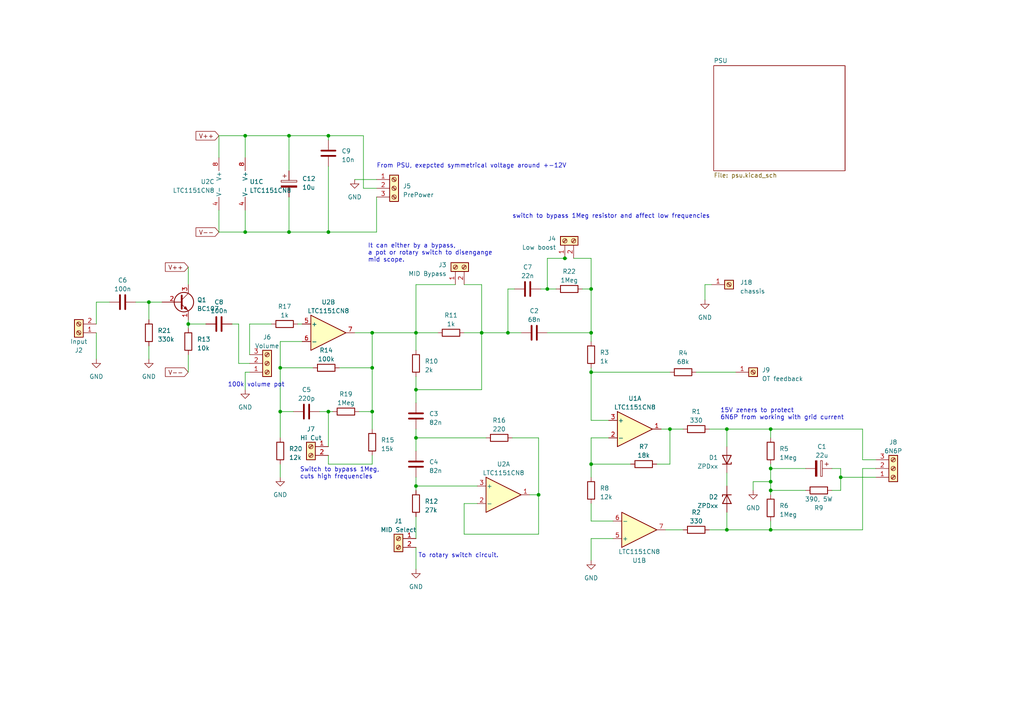
<source format=kicad_sch>
(kicad_sch (version 20230121) (generator eeschema)

  (uuid ef50db11-0c56-48df-b02f-5ef4676a3739)

  (paper "A4")

  (lib_symbols
    (symbol "Amplifier_Operational:LTC1151CN8" (pin_names (offset 0.127)) (in_bom yes) (on_board yes)
      (property "Reference" "U" (at 5.08 7.62 0)
        (effects (font (size 1.27 1.27)))
      )
      (property "Value" "LTC1151CN8" (at 5.08 5.08 0)
        (effects (font (size 1.27 1.27)))
      )
      (property "Footprint" "Package_DIP:DIP-8_W7.62mm" (at 0 -10.16 0)
        (effects (font (size 1.27 1.27)) hide)
      )
      (property "Datasheet" "https://www.analog.com/media/en/technical-documentation/data-sheets/1151fa.pdf" (at -53.34 19.05 0)
        (effects (font (size 1.27 1.27)) hide)
      )
      (property "ki_locked" "" (at 0 0 0)
        (effects (font (size 1.27 1.27)))
      )
      (property "ki_keywords" "dual opamp" (at 0 0 0)
        (effects (font (size 1.27 1.27)) hide)
      )
      (property "ki_description" "Dual ±15V, Zero-Drift, Operational Amplifier, DIP-8" (at 0 0 0)
        (effects (font (size 1.27 1.27)) hide)
      )
      (property "ki_fp_filters" "DIP*W7.62mm*" (at 0 0 0)
        (effects (font (size 1.27 1.27)) hide)
      )
      (symbol "LTC1151CN8_1_1"
        (polyline
          (pts
            (xy -5.08 5.08)
            (xy -5.08 -5.08)
            (xy 5.08 0)
            (xy -5.08 5.08)
          )
          (stroke (width 0.254) (type default))
          (fill (type background))
        )
        (pin output line (at 7.62 0 180) (length 2.54)
          (name "~" (effects (font (size 1.27 1.27))))
          (number "1" (effects (font (size 1.27 1.27))))
        )
        (pin input line (at -7.62 -2.54 0) (length 2.54)
          (name "-" (effects (font (size 1.27 1.27))))
          (number "2" (effects (font (size 1.27 1.27))))
        )
        (pin input line (at -7.62 2.54 0) (length 2.54)
          (name "+" (effects (font (size 1.27 1.27))))
          (number "3" (effects (font (size 1.27 1.27))))
        )
      )
      (symbol "LTC1151CN8_2_1"
        (polyline
          (pts
            (xy -5.08 5.08)
            (xy -5.08 -5.08)
            (xy 5.08 0)
            (xy -5.08 5.08)
          )
          (stroke (width 0.254) (type default))
          (fill (type background))
        )
        (pin input line (at -7.62 2.54 0) (length 2.54)
          (name "+" (effects (font (size 1.27 1.27))))
          (number "5" (effects (font (size 1.27 1.27))))
        )
        (pin input line (at -7.62 -2.54 0) (length 2.54)
          (name "-" (effects (font (size 1.27 1.27))))
          (number "6" (effects (font (size 1.27 1.27))))
        )
        (pin output line (at 7.62 0 180) (length 2.54)
          (name "~" (effects (font (size 1.27 1.27))))
          (number "7" (effects (font (size 1.27 1.27))))
        )
      )
      (symbol "LTC1151CN8_3_1"
        (pin power_in line (at -2.54 -7.62 90) (length 3.81)
          (name "V-" (effects (font (size 1.27 1.27))))
          (number "4" (effects (font (size 1.27 1.27))))
        )
        (pin power_in line (at -2.54 7.62 270) (length 3.81)
          (name "V+" (effects (font (size 1.27 1.27))))
          (number "8" (effects (font (size 1.27 1.27))))
        )
      )
    )
    (symbol "Connector:Screw_Terminal_01x01" (pin_names (offset 1.016) hide) (in_bom yes) (on_board yes)
      (property "Reference" "J" (at 0 2.54 0)
        (effects (font (size 1.27 1.27)))
      )
      (property "Value" "Screw_Terminal_01x01" (at 0 -2.54 0)
        (effects (font (size 1.27 1.27)))
      )
      (property "Footprint" "" (at 0 0 0)
        (effects (font (size 1.27 1.27)) hide)
      )
      (property "Datasheet" "~" (at 0 0 0)
        (effects (font (size 1.27 1.27)) hide)
      )
      (property "ki_keywords" "screw terminal" (at 0 0 0)
        (effects (font (size 1.27 1.27)) hide)
      )
      (property "ki_description" "Generic screw terminal, single row, 01x01, script generated (kicad-library-utils/schlib/autogen/connector/)" (at 0 0 0)
        (effects (font (size 1.27 1.27)) hide)
      )
      (property "ki_fp_filters" "TerminalBlock*:*" (at 0 0 0)
        (effects (font (size 1.27 1.27)) hide)
      )
      (symbol "Screw_Terminal_01x01_1_1"
        (rectangle (start -1.27 1.27) (end 1.27 -1.27)
          (stroke (width 0.254) (type default))
          (fill (type background))
        )
        (polyline
          (pts
            (xy -0.5334 0.3302)
            (xy 0.3302 -0.508)
          )
          (stroke (width 0.1524) (type default))
          (fill (type none))
        )
        (polyline
          (pts
            (xy -0.3556 0.508)
            (xy 0.508 -0.3302)
          )
          (stroke (width 0.1524) (type default))
          (fill (type none))
        )
        (circle (center 0 0) (radius 0.635)
          (stroke (width 0.1524) (type default))
          (fill (type none))
        )
        (pin passive line (at -5.08 0 0) (length 3.81)
          (name "Pin_1" (effects (font (size 1.27 1.27))))
          (number "1" (effects (font (size 1.27 1.27))))
        )
      )
    )
    (symbol "Connector:Screw_Terminal_01x02" (pin_names (offset 1.016) hide) (in_bom yes) (on_board yes)
      (property "Reference" "J" (at 0 2.54 0)
        (effects (font (size 1.27 1.27)))
      )
      (property "Value" "Screw_Terminal_01x02" (at 0 -5.08 0)
        (effects (font (size 1.27 1.27)))
      )
      (property "Footprint" "" (at 0 0 0)
        (effects (font (size 1.27 1.27)) hide)
      )
      (property "Datasheet" "~" (at 0 0 0)
        (effects (font (size 1.27 1.27)) hide)
      )
      (property "ki_keywords" "screw terminal" (at 0 0 0)
        (effects (font (size 1.27 1.27)) hide)
      )
      (property "ki_description" "Generic screw terminal, single row, 01x02, script generated (kicad-library-utils/schlib/autogen/connector/)" (at 0 0 0)
        (effects (font (size 1.27 1.27)) hide)
      )
      (property "ki_fp_filters" "TerminalBlock*:*" (at 0 0 0)
        (effects (font (size 1.27 1.27)) hide)
      )
      (symbol "Screw_Terminal_01x02_1_1"
        (rectangle (start -1.27 1.27) (end 1.27 -3.81)
          (stroke (width 0.254) (type default))
          (fill (type background))
        )
        (circle (center 0 -2.54) (radius 0.635)
          (stroke (width 0.1524) (type default))
          (fill (type none))
        )
        (polyline
          (pts
            (xy -0.5334 -2.2098)
            (xy 0.3302 -3.048)
          )
          (stroke (width 0.1524) (type default))
          (fill (type none))
        )
        (polyline
          (pts
            (xy -0.5334 0.3302)
            (xy 0.3302 -0.508)
          )
          (stroke (width 0.1524) (type default))
          (fill (type none))
        )
        (polyline
          (pts
            (xy -0.3556 -2.032)
            (xy 0.508 -2.8702)
          )
          (stroke (width 0.1524) (type default))
          (fill (type none))
        )
        (polyline
          (pts
            (xy -0.3556 0.508)
            (xy 0.508 -0.3302)
          )
          (stroke (width 0.1524) (type default))
          (fill (type none))
        )
        (circle (center 0 0) (radius 0.635)
          (stroke (width 0.1524) (type default))
          (fill (type none))
        )
        (pin passive line (at -5.08 0 0) (length 3.81)
          (name "Pin_1" (effects (font (size 1.27 1.27))))
          (number "1" (effects (font (size 1.27 1.27))))
        )
        (pin passive line (at -5.08 -2.54 0) (length 3.81)
          (name "Pin_2" (effects (font (size 1.27 1.27))))
          (number "2" (effects (font (size 1.27 1.27))))
        )
      )
    )
    (symbol "Connector:Screw_Terminal_01x03" (pin_names (offset 1.016) hide) (in_bom yes) (on_board yes)
      (property "Reference" "J" (at 0 5.08 0)
        (effects (font (size 1.27 1.27)))
      )
      (property "Value" "Screw_Terminal_01x03" (at 0 -5.08 0)
        (effects (font (size 1.27 1.27)))
      )
      (property "Footprint" "" (at 0 0 0)
        (effects (font (size 1.27 1.27)) hide)
      )
      (property "Datasheet" "~" (at 0 0 0)
        (effects (font (size 1.27 1.27)) hide)
      )
      (property "ki_keywords" "screw terminal" (at 0 0 0)
        (effects (font (size 1.27 1.27)) hide)
      )
      (property "ki_description" "Generic screw terminal, single row, 01x03, script generated (kicad-library-utils/schlib/autogen/connector/)" (at 0 0 0)
        (effects (font (size 1.27 1.27)) hide)
      )
      (property "ki_fp_filters" "TerminalBlock*:*" (at 0 0 0)
        (effects (font (size 1.27 1.27)) hide)
      )
      (symbol "Screw_Terminal_01x03_1_1"
        (rectangle (start -1.27 3.81) (end 1.27 -3.81)
          (stroke (width 0.254) (type default))
          (fill (type background))
        )
        (circle (center 0 -2.54) (radius 0.635)
          (stroke (width 0.1524) (type default))
          (fill (type none))
        )
        (polyline
          (pts
            (xy -0.5334 -2.2098)
            (xy 0.3302 -3.048)
          )
          (stroke (width 0.1524) (type default))
          (fill (type none))
        )
        (polyline
          (pts
            (xy -0.5334 0.3302)
            (xy 0.3302 -0.508)
          )
          (stroke (width 0.1524) (type default))
          (fill (type none))
        )
        (polyline
          (pts
            (xy -0.5334 2.8702)
            (xy 0.3302 2.032)
          )
          (stroke (width 0.1524) (type default))
          (fill (type none))
        )
        (polyline
          (pts
            (xy -0.3556 -2.032)
            (xy 0.508 -2.8702)
          )
          (stroke (width 0.1524) (type default))
          (fill (type none))
        )
        (polyline
          (pts
            (xy -0.3556 0.508)
            (xy 0.508 -0.3302)
          )
          (stroke (width 0.1524) (type default))
          (fill (type none))
        )
        (polyline
          (pts
            (xy -0.3556 3.048)
            (xy 0.508 2.2098)
          )
          (stroke (width 0.1524) (type default))
          (fill (type none))
        )
        (circle (center 0 0) (radius 0.635)
          (stroke (width 0.1524) (type default))
          (fill (type none))
        )
        (circle (center 0 2.54) (radius 0.635)
          (stroke (width 0.1524) (type default))
          (fill (type none))
        )
        (pin passive line (at -5.08 2.54 0) (length 3.81)
          (name "Pin_1" (effects (font (size 1.27 1.27))))
          (number "1" (effects (font (size 1.27 1.27))))
        )
        (pin passive line (at -5.08 0 0) (length 3.81)
          (name "Pin_2" (effects (font (size 1.27 1.27))))
          (number "2" (effects (font (size 1.27 1.27))))
        )
        (pin passive line (at -5.08 -2.54 0) (length 3.81)
          (name "Pin_3" (effects (font (size 1.27 1.27))))
          (number "3" (effects (font (size 1.27 1.27))))
        )
      )
    )
    (symbol "Device:C" (pin_numbers hide) (pin_names (offset 0.254)) (in_bom yes) (on_board yes)
      (property "Reference" "C" (at 0.635 2.54 0)
        (effects (font (size 1.27 1.27)) (justify left))
      )
      (property "Value" "C" (at 0.635 -2.54 0)
        (effects (font (size 1.27 1.27)) (justify left))
      )
      (property "Footprint" "" (at 0.9652 -3.81 0)
        (effects (font (size 1.27 1.27)) hide)
      )
      (property "Datasheet" "~" (at 0 0 0)
        (effects (font (size 1.27 1.27)) hide)
      )
      (property "ki_keywords" "cap capacitor" (at 0 0 0)
        (effects (font (size 1.27 1.27)) hide)
      )
      (property "ki_description" "Unpolarized capacitor" (at 0 0 0)
        (effects (font (size 1.27 1.27)) hide)
      )
      (property "ki_fp_filters" "C_*" (at 0 0 0)
        (effects (font (size 1.27 1.27)) hide)
      )
      (symbol "C_0_1"
        (polyline
          (pts
            (xy -2.032 -0.762)
            (xy 2.032 -0.762)
          )
          (stroke (width 0.508) (type default))
          (fill (type none))
        )
        (polyline
          (pts
            (xy -2.032 0.762)
            (xy 2.032 0.762)
          )
          (stroke (width 0.508) (type default))
          (fill (type none))
        )
      )
      (symbol "C_1_1"
        (pin passive line (at 0 3.81 270) (length 2.794)
          (name "~" (effects (font (size 1.27 1.27))))
          (number "1" (effects (font (size 1.27 1.27))))
        )
        (pin passive line (at 0 -3.81 90) (length 2.794)
          (name "~" (effects (font (size 1.27 1.27))))
          (number "2" (effects (font (size 1.27 1.27))))
        )
      )
    )
    (symbol "Device:C_Polarized" (pin_numbers hide) (pin_names (offset 0.254)) (in_bom yes) (on_board yes)
      (property "Reference" "C" (at 0.635 2.54 0)
        (effects (font (size 1.27 1.27)) (justify left))
      )
      (property "Value" "C_Polarized" (at 0.635 -2.54 0)
        (effects (font (size 1.27 1.27)) (justify left))
      )
      (property "Footprint" "" (at 0.9652 -3.81 0)
        (effects (font (size 1.27 1.27)) hide)
      )
      (property "Datasheet" "~" (at 0 0 0)
        (effects (font (size 1.27 1.27)) hide)
      )
      (property "ki_keywords" "cap capacitor" (at 0 0 0)
        (effects (font (size 1.27 1.27)) hide)
      )
      (property "ki_description" "Polarized capacitor" (at 0 0 0)
        (effects (font (size 1.27 1.27)) hide)
      )
      (property "ki_fp_filters" "CP_*" (at 0 0 0)
        (effects (font (size 1.27 1.27)) hide)
      )
      (symbol "C_Polarized_0_1"
        (rectangle (start -2.286 0.508) (end 2.286 1.016)
          (stroke (width 0) (type default))
          (fill (type none))
        )
        (polyline
          (pts
            (xy -1.778 2.286)
            (xy -0.762 2.286)
          )
          (stroke (width 0) (type default))
          (fill (type none))
        )
        (polyline
          (pts
            (xy -1.27 2.794)
            (xy -1.27 1.778)
          )
          (stroke (width 0) (type default))
          (fill (type none))
        )
        (rectangle (start 2.286 -0.508) (end -2.286 -1.016)
          (stroke (width 0) (type default))
          (fill (type outline))
        )
      )
      (symbol "C_Polarized_1_1"
        (pin passive line (at 0 3.81 270) (length 2.794)
          (name "~" (effects (font (size 1.27 1.27))))
          (number "1" (effects (font (size 1.27 1.27))))
        )
        (pin passive line (at 0 -3.81 90) (length 2.794)
          (name "~" (effects (font (size 1.27 1.27))))
          (number "2" (effects (font (size 1.27 1.27))))
        )
      )
    )
    (symbol "Device:R" (pin_numbers hide) (pin_names (offset 0)) (in_bom yes) (on_board yes)
      (property "Reference" "R" (at 2.032 0 90)
        (effects (font (size 1.27 1.27)))
      )
      (property "Value" "R" (at 0 0 90)
        (effects (font (size 1.27 1.27)))
      )
      (property "Footprint" "" (at -1.778 0 90)
        (effects (font (size 1.27 1.27)) hide)
      )
      (property "Datasheet" "~" (at 0 0 0)
        (effects (font (size 1.27 1.27)) hide)
      )
      (property "ki_keywords" "R res resistor" (at 0 0 0)
        (effects (font (size 1.27 1.27)) hide)
      )
      (property "ki_description" "Resistor" (at 0 0 0)
        (effects (font (size 1.27 1.27)) hide)
      )
      (property "ki_fp_filters" "R_*" (at 0 0 0)
        (effects (font (size 1.27 1.27)) hide)
      )
      (symbol "R_0_1"
        (rectangle (start -1.016 -2.54) (end 1.016 2.54)
          (stroke (width 0.254) (type default))
          (fill (type none))
        )
      )
      (symbol "R_1_1"
        (pin passive line (at 0 3.81 270) (length 1.27)
          (name "~" (effects (font (size 1.27 1.27))))
          (number "1" (effects (font (size 1.27 1.27))))
        )
        (pin passive line (at 0 -3.81 90) (length 1.27)
          (name "~" (effects (font (size 1.27 1.27))))
          (number "2" (effects (font (size 1.27 1.27))))
        )
      )
    )
    (symbol "Diode:ZPDxx" (pin_numbers hide) (pin_names hide) (in_bom yes) (on_board yes)
      (property "Reference" "D" (at 0 2.54 0)
        (effects (font (size 1.27 1.27)))
      )
      (property "Value" "ZPDxx" (at 0 -2.54 0)
        (effects (font (size 1.27 1.27)))
      )
      (property "Footprint" "Diode_THT:D_DO-35_SOD27_P10.16mm_Horizontal" (at 0 -4.445 0)
        (effects (font (size 1.27 1.27)) hide)
      )
      (property "Datasheet" "http://diotec.com/tl_files/diotec/files/pdf/datasheets/zpd1" (at 0 0 0)
        (effects (font (size 1.27 1.27)) hide)
      )
      (property "ki_keywords" "zener diode" (at 0 0 0)
        (effects (font (size 1.27 1.27)) hide)
      )
      (property "ki_description" "500mW Zener Diode, DO-35" (at 0 0 0)
        (effects (font (size 1.27 1.27)) hide)
      )
      (property "ki_fp_filters" "D*DO?35*" (at 0 0 0)
        (effects (font (size 1.27 1.27)) hide)
      )
      (symbol "ZPDxx_0_1"
        (polyline
          (pts
            (xy 1.27 0)
            (xy -1.27 0)
          )
          (stroke (width 0) (type default))
          (fill (type none))
        )
        (polyline
          (pts
            (xy -1.27 -1.27)
            (xy -1.27 1.27)
            (xy -0.762 1.27)
          )
          (stroke (width 0.254) (type default))
          (fill (type none))
        )
        (polyline
          (pts
            (xy 1.27 -1.27)
            (xy 1.27 1.27)
            (xy -1.27 0)
            (xy 1.27 -1.27)
          )
          (stroke (width 0.254) (type default))
          (fill (type none))
        )
      )
      (symbol "ZPDxx_1_1"
        (pin passive line (at -3.81 0 0) (length 2.54)
          (name "K" (effects (font (size 1.27 1.27))))
          (number "1" (effects (font (size 1.27 1.27))))
        )
        (pin passive line (at 3.81 0 180) (length 2.54)
          (name "A" (effects (font (size 1.27 1.27))))
          (number "2" (effects (font (size 1.27 1.27))))
        )
      )
    )
    (symbol "Transistor_BJT:BC107" (pin_names (offset 0) hide) (in_bom yes) (on_board yes)
      (property "Reference" "Q" (at 5.08 1.905 0)
        (effects (font (size 1.27 1.27)) (justify left))
      )
      (property "Value" "BC107" (at 5.08 0 0)
        (effects (font (size 1.27 1.27)) (justify left))
      )
      (property "Footprint" "Package_TO_SOT_THT:TO-18-3" (at 5.08 -1.905 0)
        (effects (font (size 1.27 1.27) italic) (justify left) hide)
      )
      (property "Datasheet" "http://www.b-kainka.de/Daten/Transistor/BC108.pdf" (at 0 0 0)
        (effects (font (size 1.27 1.27)) (justify left) hide)
      )
      (property "ki_keywords" "NPN low noise transistor" (at 0 0 0)
        (effects (font (size 1.27 1.27)) hide)
      )
      (property "ki_description" "0.1A Ic, 50V Vce, Low Noise General Purpose NPN Transistor, TO-18" (at 0 0 0)
        (effects (font (size 1.27 1.27)) hide)
      )
      (property "ki_fp_filters" "TO?18*" (at 0 0 0)
        (effects (font (size 1.27 1.27)) hide)
      )
      (symbol "BC107_0_1"
        (polyline
          (pts
            (xy 0.635 0.635)
            (xy 2.54 2.54)
          )
          (stroke (width 0) (type default))
          (fill (type none))
        )
        (polyline
          (pts
            (xy 0.635 -0.635)
            (xy 2.54 -2.54)
            (xy 2.54 -2.54)
          )
          (stroke (width 0) (type default))
          (fill (type none))
        )
        (polyline
          (pts
            (xy 0.635 1.905)
            (xy 0.635 -1.905)
            (xy 0.635 -1.905)
          )
          (stroke (width 0.508) (type default))
          (fill (type none))
        )
        (polyline
          (pts
            (xy 1.27 -1.778)
            (xy 1.778 -1.27)
            (xy 2.286 -2.286)
            (xy 1.27 -1.778)
            (xy 1.27 -1.778)
          )
          (stroke (width 0) (type default))
          (fill (type outline))
        )
        (circle (center 1.27 0) (radius 2.8194)
          (stroke (width 0.254) (type default))
          (fill (type none))
        )
      )
      (symbol "BC107_1_1"
        (pin passive line (at 2.54 -5.08 90) (length 2.54)
          (name "E" (effects (font (size 1.27 1.27))))
          (number "1" (effects (font (size 1.27 1.27))))
        )
        (pin input line (at -5.08 0 0) (length 5.715)
          (name "B" (effects (font (size 1.27 1.27))))
          (number "2" (effects (font (size 1.27 1.27))))
        )
        (pin passive line (at 2.54 5.08 270) (length 2.54)
          (name "C" (effects (font (size 1.27 1.27))))
          (number "3" (effects (font (size 1.27 1.27))))
        )
      )
    )
    (symbol "power:GND" (power) (pin_names (offset 0)) (in_bom yes) (on_board yes)
      (property "Reference" "#PWR" (at 0 -6.35 0)
        (effects (font (size 1.27 1.27)) hide)
      )
      (property "Value" "GND" (at 0 -3.81 0)
        (effects (font (size 1.27 1.27)))
      )
      (property "Footprint" "" (at 0 0 0)
        (effects (font (size 1.27 1.27)) hide)
      )
      (property "Datasheet" "" (at 0 0 0)
        (effects (font (size 1.27 1.27)) hide)
      )
      (property "ki_keywords" "global power" (at 0 0 0)
        (effects (font (size 1.27 1.27)) hide)
      )
      (property "ki_description" "Power symbol creates a global label with name \"GND\" , ground" (at 0 0 0)
        (effects (font (size 1.27 1.27)) hide)
      )
      (symbol "GND_0_1"
        (polyline
          (pts
            (xy 0 0)
            (xy 0 -1.27)
            (xy 1.27 -1.27)
            (xy 0 -2.54)
            (xy -1.27 -1.27)
            (xy 0 -1.27)
          )
          (stroke (width 0) (type default))
          (fill (type none))
        )
      )
      (symbol "GND_1_1"
        (pin power_in line (at 0 0 270) (length 0) hide
          (name "GND" (effects (font (size 1.27 1.27))))
          (number "1" (effects (font (size 1.27 1.27))))
        )
      )
    )
  )

  (junction (at 223.52 153.67) (diameter 0) (color 0 0 0 0)
    (uuid 104be7bf-0d6f-4b61-a2e0-451d3486962a)
  )
  (junction (at 194.31 124.46) (diameter 0) (color 0 0 0 0)
    (uuid 16e06b3b-95d1-4c32-af80-53b1680d62b5)
  )
  (junction (at 120.65 127) (diameter 0) (color 0 0 0 0)
    (uuid 204a8813-352f-49f9-9a9b-b41781d93622)
  )
  (junction (at 71.12 39.37) (diameter 0) (color 0 0 0 0)
    (uuid 24ea4c6b-8df4-4065-b235-536c6ab9263e)
  )
  (junction (at 147.32 96.52) (diameter 0) (color 0 0 0 0)
    (uuid 2c00d142-1b4f-414f-aba3-ac17c940aa33)
  )
  (junction (at 107.95 106.68) (diameter 0) (color 0 0 0 0)
    (uuid 2d681c02-c1fc-4155-a2e9-f01ccb47d367)
  )
  (junction (at 171.45 96.52) (diameter 0) (color 0 0 0 0)
    (uuid 2ef85e18-8e23-4292-9e49-9878e51045fa)
  )
  (junction (at 95.25 119.38) (diameter 0) (color 0 0 0 0)
    (uuid 30603fd0-e3ce-4ed8-8a01-d8db64e6a6f3)
  )
  (junction (at 171.45 134.62) (diameter 0) (color 0 0 0 0)
    (uuid 34d9758e-5362-4588-86dd-d4315425ad67)
  )
  (junction (at 223.52 135.89) (diameter 0) (color 0 0 0 0)
    (uuid 3624a65a-c6d4-4f89-84fa-f7494e9a228b)
  )
  (junction (at 83.82 67.31) (diameter 0) (color 0 0 0 0)
    (uuid 3a2f2a10-c396-42dc-b6ae-5e9415500dbe)
  )
  (junction (at 71.12 67.31) (diameter 0) (color 0 0 0 0)
    (uuid 3d09d8b7-9ab1-4222-9c06-eb61bb147c59)
  )
  (junction (at 171.45 83.82) (diameter 0) (color 0 0 0 0)
    (uuid 412a2326-bd22-43ab-9ff6-a92c3cc949a0)
  )
  (junction (at 158.75 83.82) (diameter 0) (color 0 0 0 0)
    (uuid 57716334-5be3-4c11-9a97-de523d7fe46a)
  )
  (junction (at 243.84 138.43) (diameter 0) (color 0 0 0 0)
    (uuid 5b28359a-7bd4-4ee1-a020-b4c5b09e4686)
  )
  (junction (at 120.65 140.97) (diameter 0) (color 0 0 0 0)
    (uuid 5d51058e-c4d8-4237-b8c1-cbe97b50fc04)
  )
  (junction (at 81.28 119.38) (diameter 0) (color 0 0 0 0)
    (uuid 62148298-e82d-4e5f-803e-1d28969f9145)
  )
  (junction (at 139.7 96.52) (diameter 0) (color 0 0 0 0)
    (uuid 6c044594-e01b-41f5-a683-2a3f36675888)
  )
  (junction (at 120.65 113.03) (diameter 0) (color 0 0 0 0)
    (uuid 6e8f6a2f-f0d5-435f-bf0a-75cd19c4ccc7)
  )
  (junction (at 156.21 143.51) (diameter 0) (color 0 0 0 0)
    (uuid 713fe70b-cb18-4952-ac7f-d65cca53be43)
  )
  (junction (at 210.82 153.67) (diameter 0) (color 0 0 0 0)
    (uuid 7581329f-222d-4fcd-b913-3ff4f788bc18)
  )
  (junction (at 223.52 139.7) (diameter 0) (color 0 0 0 0)
    (uuid 76a25bfc-04e3-4f2d-babd-7c29852e1509)
  )
  (junction (at 107.95 96.52) (diameter 0) (color 0 0 0 0)
    (uuid 7849fa31-fa4e-4be1-8d53-695ad105905d)
  )
  (junction (at 81.28 106.68) (diameter 0) (color 0 0 0 0)
    (uuid 7cf1fd63-7b43-4628-ad24-ca36a4186701)
  )
  (junction (at 107.95 119.38) (diameter 0) (color 0 0 0 0)
    (uuid 80379885-d1d6-4a73-9925-d047c3159dc7)
  )
  (junction (at 120.65 96.52) (diameter 0) (color 0 0 0 0)
    (uuid 82ebd9fc-0787-43b4-a616-6753acf6f72b)
  )
  (junction (at 210.82 124.46) (diameter 0) (color 0 0 0 0)
    (uuid 8db94ab3-9498-458a-8016-7a4a78971606)
  )
  (junction (at 43.18 87.63) (diameter 0) (color 0 0 0 0)
    (uuid 9417e8c5-eb4f-42a7-97b1-8279d4cb2dcd)
  )
  (junction (at 54.61 93.98) (diameter 0) (color 0 0 0 0)
    (uuid 944f05d7-284b-4e3a-9f8a-68088ee54cab)
  )
  (junction (at 95.25 67.31) (diameter 0) (color 0 0 0 0)
    (uuid a3ca64a4-febe-401a-9f80-6d87e22d0b58)
  )
  (junction (at 83.82 39.37) (diameter 0) (color 0 0 0 0)
    (uuid a6c8ce8c-0619-4cc1-9057-4a86207a857a)
  )
  (junction (at 223.52 124.46) (diameter 0) (color 0 0 0 0)
    (uuid aff511d6-34da-4f1d-b9fb-3194cd51efbe)
  )
  (junction (at 223.52 142.24) (diameter 0) (color 0 0 0 0)
    (uuid c03a8b7f-a119-40ad-9472-513b065bc242)
  )
  (junction (at 163.83 74.93) (diameter 0) (color 0 0 0 0)
    (uuid c5a10325-3b3e-4b34-97a0-414d3c99460a)
  )
  (junction (at 171.45 107.95) (diameter 0) (color 0 0 0 0)
    (uuid cf8169f7-cee3-4f47-b592-dc3242922360)
  )
  (junction (at 95.25 39.37) (diameter 0) (color 0 0 0 0)
    (uuid f3747bfc-82ce-4e66-9a37-56610d376531)
  )

  (wire (pts (xy 27.94 87.63) (xy 31.75 87.63))
    (stroke (width 0) (type default))
    (uuid 0241fc93-d1a5-41e1-821b-2dab799688df)
  )
  (wire (pts (xy 156.21 127) (xy 156.21 143.51))
    (stroke (width 0) (type default))
    (uuid 03896289-e696-424f-90df-b2e047712e93)
  )
  (wire (pts (xy 243.84 138.43) (xy 243.84 142.24))
    (stroke (width 0) (type default))
    (uuid 03b05aaf-6b6c-482e-b753-6640c5e9a3fe)
  )
  (wire (pts (xy 241.3 135.89) (xy 243.84 135.89))
    (stroke (width 0) (type default))
    (uuid 048601f8-17e6-45ab-9c96-ccfa7cf95257)
  )
  (wire (pts (xy 171.45 134.62) (xy 182.88 134.62))
    (stroke (width 0) (type default))
    (uuid 060b9d0a-c144-4e8f-a60b-f1a3dd51c3fa)
  )
  (wire (pts (xy 164.465 74.93) (xy 163.83 74.93))
    (stroke (width 0) (type default))
    (uuid 0719c815-8205-4bdc-ac02-263f42d2c56a)
  )
  (wire (pts (xy 223.52 142.24) (xy 223.52 143.51))
    (stroke (width 0) (type default))
    (uuid 09aca40f-c2a2-4be4-82e7-75419f0a3b2a)
  )
  (wire (pts (xy 147.32 83.82) (xy 149.225 83.82))
    (stroke (width 0) (type default))
    (uuid 09c878c9-31ef-4c27-aa05-43696477d9ae)
  )
  (wire (pts (xy 81.28 119.38) (xy 85.09 119.38))
    (stroke (width 0) (type default))
    (uuid 09f25aa3-774a-4546-b8f6-e3a9cb6212ea)
  )
  (wire (pts (xy 120.65 82.55) (xy 120.65 96.52))
    (stroke (width 0) (type default))
    (uuid 0af4ffaf-97e0-48cd-ac69-c37d6d8d75c3)
  )
  (wire (pts (xy 171.45 134.62) (xy 171.45 138.43))
    (stroke (width 0) (type default))
    (uuid 0b256da8-b48d-44cd-a04b-95ca5f104966)
  )
  (wire (pts (xy 71.12 107.95) (xy 72.39 107.95))
    (stroke (width 0) (type default))
    (uuid 0e9cf479-0669-4995-9185-05025124a1d4)
  )
  (wire (pts (xy 95.25 67.31) (xy 109.22 67.31))
    (stroke (width 0) (type default))
    (uuid 10a7d4ae-375f-431a-a3a5-05eb9bceb146)
  )
  (wire (pts (xy 120.65 158.75) (xy 120.65 165.1))
    (stroke (width 0) (type default))
    (uuid 12de302a-61eb-46a7-b084-000e4cbd9496)
  )
  (wire (pts (xy 104.14 119.38) (xy 107.95 119.38))
    (stroke (width 0) (type default))
    (uuid 130c73a3-fbbd-482f-b358-53b9400e7f4b)
  )
  (wire (pts (xy 139.7 113.03) (xy 139.7 96.52))
    (stroke (width 0) (type default))
    (uuid 13e1a200-c16b-4b10-81d4-19c71788940a)
  )
  (wire (pts (xy 134.62 146.05) (xy 138.43 146.05))
    (stroke (width 0) (type default))
    (uuid 154f894d-9194-4ed5-96eb-4383ba08ec83)
  )
  (wire (pts (xy 71.12 45.72) (xy 71.12 39.37))
    (stroke (width 0) (type default))
    (uuid 15d68571-dbb9-490b-8b0f-abe5dcfc74ba)
  )
  (wire (pts (xy 43.18 87.63) (xy 43.18 92.71))
    (stroke (width 0) (type default))
    (uuid 168dbe29-0d6c-4511-9a01-6c6eb346bc90)
  )
  (wire (pts (xy 158.75 96.52) (xy 171.45 96.52))
    (stroke (width 0) (type default))
    (uuid 1981902f-1c52-4143-b1b7-852bf86147f5)
  )
  (wire (pts (xy 81.28 99.06) (xy 87.63 99.06))
    (stroke (width 0) (type default))
    (uuid 1a8ec8a7-e6e6-4a05-bb04-93504542b944)
  )
  (wire (pts (xy 69.215 93.98) (xy 67.31 93.98))
    (stroke (width 0) (type default))
    (uuid 1bf77929-0cd1-45eb-8ac6-395525404ea9)
  )
  (wire (pts (xy 54.61 93.98) (xy 54.61 95.25))
    (stroke (width 0) (type default))
    (uuid 1d4ba185-81a0-44ce-99c5-a320bf5558e0)
  )
  (wire (pts (xy 223.52 142.24) (xy 233.68 142.24))
    (stroke (width 0) (type default))
    (uuid 22d49c7c-1628-4fba-b430-ab975f48f733)
  )
  (wire (pts (xy 171.45 156.21) (xy 171.45 162.56))
    (stroke (width 0) (type default))
    (uuid 269d4cc7-3405-4592-8882-609161d5cf0b)
  )
  (wire (pts (xy 54.61 92.71) (xy 54.61 93.98))
    (stroke (width 0) (type default))
    (uuid 2946bce4-dbf0-4925-8e8a-ff096bdec0e2)
  )
  (wire (pts (xy 194.31 107.95) (xy 171.45 107.95))
    (stroke (width 0) (type default))
    (uuid 2a13adaa-7e0f-4991-816c-6dfdc29100dd)
  )
  (wire (pts (xy 69.215 105.41) (xy 69.215 93.98))
    (stroke (width 0) (type default))
    (uuid 2ae49652-3e1f-4565-8265-2c882cad7061)
  )
  (wire (pts (xy 95.25 67.31) (xy 83.82 67.31))
    (stroke (width 0) (type default))
    (uuid 2b0c12a3-ca37-4794-8bef-7a2306e94175)
  )
  (wire (pts (xy 218.44 139.7) (xy 223.52 139.7))
    (stroke (width 0) (type default))
    (uuid 2cc2969d-3220-41bb-8381-768bab6b915e)
  )
  (wire (pts (xy 63.5 39.37) (xy 71.12 39.37))
    (stroke (width 0) (type default))
    (uuid 2db1d9ca-8494-46ed-b358-d319781717e4)
  )
  (wire (pts (xy 140.97 127) (xy 120.65 127))
    (stroke (width 0) (type default))
    (uuid 305484ef-3fb9-4eda-9f6e-53dbf3d9580a)
  )
  (wire (pts (xy 158.75 83.82) (xy 161.29 83.82))
    (stroke (width 0) (type default))
    (uuid 398ac335-52e7-4a00-9a68-4ebbe4cabfdb)
  )
  (wire (pts (xy 43.18 100.33) (xy 43.18 104.14))
    (stroke (width 0) (type default))
    (uuid 39b5b044-ccf2-4a88-8618-6b900369cb86)
  )
  (wire (pts (xy 71.12 67.31) (xy 83.82 67.31))
    (stroke (width 0) (type default))
    (uuid 3bb47bb0-4981-41ea-928f-d5e51a4571ca)
  )
  (wire (pts (xy 163.83 74.93) (xy 158.75 74.93))
    (stroke (width 0) (type default))
    (uuid 3cceed33-9538-4afa-9cf6-47f539ff6410)
  )
  (wire (pts (xy 223.52 124.46) (xy 223.52 127))
    (stroke (width 0) (type default))
    (uuid 3e076625-426f-432a-b284-8857c4b1f5d4)
  )
  (wire (pts (xy 250.19 133.35) (xy 250.19 124.46))
    (stroke (width 0) (type default))
    (uuid 3ea7932a-0ad1-4bd5-adf8-6cc9e1b3521f)
  )
  (wire (pts (xy 210.82 124.46) (xy 205.74 124.46))
    (stroke (width 0) (type default))
    (uuid 3f36427e-955f-4134-9d5d-30b6137d7727)
  )
  (wire (pts (xy 63.5 67.31) (xy 63.5 60.96))
    (stroke (width 0) (type default))
    (uuid 40f2f7b1-4804-40b5-9c7c-3c9ff2dff4bb)
  )
  (wire (pts (xy 102.87 96.52) (xy 107.95 96.52))
    (stroke (width 0) (type default))
    (uuid 438ebe73-df11-4587-987d-0cc75d0fe559)
  )
  (wire (pts (xy 171.45 127) (xy 171.45 134.62))
    (stroke (width 0) (type default))
    (uuid 43a55f22-6490-470d-a742-5ed825c01046)
  )
  (wire (pts (xy 210.82 124.46) (xy 223.52 124.46))
    (stroke (width 0) (type default))
    (uuid 45e9879b-57a8-4e82-b110-f3640d9b6947)
  )
  (wire (pts (xy 95.25 39.37) (xy 95.25 40.64))
    (stroke (width 0) (type default))
    (uuid 46d2d976-a001-4962-8cba-b5aa93ec43fa)
  )
  (wire (pts (xy 190.5 134.62) (xy 194.31 134.62))
    (stroke (width 0) (type default))
    (uuid 475976f0-2202-4f01-a7c3-7b96f0408c09)
  )
  (wire (pts (xy 210.82 137.16) (xy 210.82 140.97))
    (stroke (width 0) (type default))
    (uuid 497ae3b5-f9fc-4223-a2e7-d4e4b3a1461c)
  )
  (wire (pts (xy 223.52 134.62) (xy 223.52 135.89))
    (stroke (width 0) (type default))
    (uuid 4a394532-47f1-4f80-8a59-bb451a8d0e8d)
  )
  (wire (pts (xy 243.84 138.43) (xy 254 138.43))
    (stroke (width 0) (type default))
    (uuid 4aa191bf-cb8d-4f03-a42f-c188626c069b)
  )
  (wire (pts (xy 171.45 151.13) (xy 177.8 151.13))
    (stroke (width 0) (type default))
    (uuid 4b1d87a3-2637-4f73-a14a-2a52792f59c4)
  )
  (wire (pts (xy 81.28 106.68) (xy 90.805 106.68))
    (stroke (width 0) (type default))
    (uuid 4c02b1c6-18ec-4243-ad97-3ca8948bb30e)
  )
  (wire (pts (xy 171.45 146.05) (xy 171.45 151.13))
    (stroke (width 0) (type default))
    (uuid 4fde76a3-b703-42bc-9efb-56c45a671d0b)
  )
  (wire (pts (xy 71.12 39.37) (xy 83.82 39.37))
    (stroke (width 0) (type default))
    (uuid 4fed95a6-d693-4ea4-841f-69d6b0e5217f)
  )
  (wire (pts (xy 72.39 93.98) (xy 78.74 93.98))
    (stroke (width 0) (type default))
    (uuid 5256bc79-0ff3-42ea-82a4-c54ed4d3355c)
  )
  (wire (pts (xy 171.45 156.21) (xy 177.8 156.21))
    (stroke (width 0) (type default))
    (uuid 5313fdfd-e566-4ea3-9397-2b208643afdf)
  )
  (wire (pts (xy 71.12 67.31) (xy 71.12 60.96))
    (stroke (width 0) (type default))
    (uuid 5356a33e-8056-4cda-8510-f7cb4df5d814)
  )
  (wire (pts (xy 139.7 82.55) (xy 139.7 96.52))
    (stroke (width 0) (type default))
    (uuid 55bf9730-5034-461e-9559-86dfa3cf3096)
  )
  (wire (pts (xy 86.36 93.98) (xy 87.63 93.98))
    (stroke (width 0) (type default))
    (uuid 57c66cd5-b738-4a67-ae53-3f4db0431035)
  )
  (wire (pts (xy 218.44 142.24) (xy 218.44 139.7))
    (stroke (width 0) (type default))
    (uuid 58a201f3-e76c-4e68-9c97-324a867e9b2c)
  )
  (wire (pts (xy 54.61 93.98) (xy 59.69 93.98))
    (stroke (width 0) (type default))
    (uuid 591d67b9-272c-466a-8226-43a31c8fbcd0)
  )
  (wire (pts (xy 43.18 87.63) (xy 46.99 87.63))
    (stroke (width 0) (type default))
    (uuid 59d3e274-1482-4ad9-9206-836818e823f5)
  )
  (wire (pts (xy 205.74 153.67) (xy 210.82 153.67))
    (stroke (width 0) (type default))
    (uuid 5b5a6608-bf16-4c56-8b4f-6ffc275d3cb5)
  )
  (wire (pts (xy 156.21 143.51) (xy 156.21 154.94))
    (stroke (width 0) (type default))
    (uuid 5c34529e-73b8-4e61-bea6-443ac49e49d5)
  )
  (wire (pts (xy 83.82 39.37) (xy 95.25 39.37))
    (stroke (width 0) (type default))
    (uuid 5c5ae17d-d4cd-4f4c-ba19-44b002923638)
  )
  (wire (pts (xy 92.71 119.38) (xy 95.25 119.38))
    (stroke (width 0) (type default))
    (uuid 5e0d3fd4-aa22-4ab0-a099-8bdeea42d891)
  )
  (wire (pts (xy 166.37 74.93) (xy 171.45 74.93))
    (stroke (width 0) (type default))
    (uuid 5e2224dc-5b95-4049-803d-28a05b5a9288)
  )
  (wire (pts (xy 206.375 82.55) (xy 204.47 82.55))
    (stroke (width 0) (type default))
    (uuid 626a5131-3454-43ba-a2ce-8c3a96d39dc2)
  )
  (wire (pts (xy 191.77 124.46) (xy 194.31 124.46))
    (stroke (width 0) (type default))
    (uuid 62cbcfa8-ddff-4c5b-8c6f-d1657b9fbb6b)
  )
  (wire (pts (xy 147.32 83.82) (xy 147.32 96.52))
    (stroke (width 0) (type default))
    (uuid 6443b97b-466b-43fe-92a8-fcb7afdd9613)
  )
  (wire (pts (xy 120.65 138.43) (xy 120.65 140.97))
    (stroke (width 0) (type default))
    (uuid 64ddba4b-d6fb-4770-b502-efee097b90ab)
  )
  (wire (pts (xy 71.12 107.95) (xy 71.12 113.03))
    (stroke (width 0) (type default))
    (uuid 6796d09e-47d3-4d7a-b014-e80398296ac2)
  )
  (wire (pts (xy 147.32 96.52) (xy 151.13 96.52))
    (stroke (width 0) (type default))
    (uuid 67a0b36a-2295-45d7-a414-fe112f6c702b)
  )
  (wire (pts (xy 120.65 96.52) (xy 120.65 101.6))
    (stroke (width 0) (type default))
    (uuid 69b2c528-9d42-48ae-b0bf-e083429983b0)
  )
  (wire (pts (xy 95.25 119.38) (xy 96.52 119.38))
    (stroke (width 0) (type default))
    (uuid 6a8b0fb5-5e7b-4b5a-918d-839424bb3ea6)
  )
  (wire (pts (xy 171.45 121.92) (xy 176.53 121.92))
    (stroke (width 0) (type default))
    (uuid 6aa3aebe-9e39-4925-b29c-7227772f415b)
  )
  (wire (pts (xy 81.28 99.06) (xy 81.28 106.68))
    (stroke (width 0) (type default))
    (uuid 6c701005-481e-48b2-a9fd-be38e6712c08)
  )
  (wire (pts (xy 120.65 109.22) (xy 120.65 113.03))
    (stroke (width 0) (type default))
    (uuid 71283191-4d06-4762-a4a4-bf65c4a5a726)
  )
  (wire (pts (xy 120.65 140.97) (xy 138.43 140.97))
    (stroke (width 0) (type default))
    (uuid 716fc27c-0dd0-49fe-969d-498fcf6b7e3c)
  )
  (wire (pts (xy 83.82 57.15) (xy 83.82 67.31))
    (stroke (width 0) (type default))
    (uuid 719dc705-ca3b-4b76-9032-154902e48ead)
  )
  (wire (pts (xy 139.7 96.52) (xy 147.32 96.52))
    (stroke (width 0) (type default))
    (uuid 7304d13d-61bf-4aa5-add6-c7091f20c612)
  )
  (wire (pts (xy 120.65 124.46) (xy 120.65 127))
    (stroke (width 0) (type default))
    (uuid 737fde65-4b7b-4eed-8f1b-e4bc89e68b83)
  )
  (wire (pts (xy 95.25 132.08) (xy 95.25 134.62))
    (stroke (width 0) (type default))
    (uuid 73ace2d9-a8e9-4c2e-ac52-41a66f4bd5e4)
  )
  (wire (pts (xy 95.25 134.62) (xy 107.95 134.62))
    (stroke (width 0) (type default))
    (uuid 7800af0d-8db5-413f-a677-b5259ee83542)
  )
  (wire (pts (xy 153.67 143.51) (xy 156.21 143.51))
    (stroke (width 0) (type default))
    (uuid 7da6c62a-b147-479a-9a26-c442c26a26b2)
  )
  (wire (pts (xy 168.91 83.82) (xy 171.45 83.82))
    (stroke (width 0) (type default))
    (uuid 7f7495d4-8301-4966-a588-1b076cbc2a1f)
  )
  (wire (pts (xy 95.25 48.26) (xy 95.25 67.31))
    (stroke (width 0) (type default))
    (uuid 80ec7915-48f0-42c6-80ec-21af1a82a299)
  )
  (wire (pts (xy 98.425 106.68) (xy 107.95 106.68))
    (stroke (width 0) (type default))
    (uuid 81910aa8-e723-4e27-8687-7d245f3592e5)
  )
  (wire (pts (xy 243.84 142.24) (xy 241.3 142.24))
    (stroke (width 0) (type default))
    (uuid 82ae01bd-aa06-4a99-b44f-a26d3f78c0ed)
  )
  (wire (pts (xy 210.82 129.54) (xy 210.82 124.46))
    (stroke (width 0) (type default))
    (uuid 835d233e-73ec-4078-8bd8-646b8c7c4e4a)
  )
  (wire (pts (xy 134.62 154.94) (xy 156.21 154.94))
    (stroke (width 0) (type default))
    (uuid 84af2d6a-a464-4fa1-8305-014cdca2472b)
  )
  (wire (pts (xy 223.52 139.7) (xy 223.52 142.24))
    (stroke (width 0) (type default))
    (uuid 8514229e-dcd7-4789-9df0-589ca7853284)
  )
  (wire (pts (xy 254 135.89) (xy 250.19 135.89))
    (stroke (width 0) (type default))
    (uuid 87550c3a-52d1-45d5-8722-d9a93c9383b0)
  )
  (wire (pts (xy 109.22 54.61) (xy 105.41 54.61))
    (stroke (width 0) (type default))
    (uuid 8885b11c-db0d-4ac4-8829-2eab65e2d230)
  )
  (wire (pts (xy 69.215 105.41) (xy 72.39 105.41))
    (stroke (width 0) (type default))
    (uuid 89cd2ad6-c282-4c3b-8177-573b5197b455)
  )
  (wire (pts (xy 210.82 153.67) (xy 210.82 148.59))
    (stroke (width 0) (type default))
    (uuid 8bd1f7ab-df6e-4565-915d-5ad13c5cea9a)
  )
  (wire (pts (xy 243.84 135.89) (xy 243.84 138.43))
    (stroke (width 0) (type default))
    (uuid 8cdaa3ec-c0a1-406d-a7f3-bb78ba06f4ae)
  )
  (wire (pts (xy 171.45 106.68) (xy 171.45 107.95))
    (stroke (width 0) (type default))
    (uuid 8f15435e-56a5-4909-af42-c3ea07ad2ecb)
  )
  (wire (pts (xy 250.19 133.35) (xy 254 133.35))
    (stroke (width 0) (type default))
    (uuid 8fde48bb-5047-4fbd-ad12-204ec1a44edb)
  )
  (wire (pts (xy 223.52 151.13) (xy 223.52 153.67))
    (stroke (width 0) (type default))
    (uuid 93724b94-a07a-42a0-b898-a263283b63fd)
  )
  (wire (pts (xy 223.52 135.89) (xy 223.52 139.7))
    (stroke (width 0) (type default))
    (uuid 93c0d24e-c8a3-4096-9d1e-353781ede9fa)
  )
  (wire (pts (xy 158.75 74.93) (xy 158.75 83.82))
    (stroke (width 0) (type default))
    (uuid 94b1365d-6bc1-4bef-ac26-1f868d61aad9)
  )
  (wire (pts (xy 120.65 127) (xy 120.65 130.81))
    (stroke (width 0) (type default))
    (uuid 98400816-6498-4711-bc7a-bb4ea4331374)
  )
  (wire (pts (xy 120.65 140.97) (xy 120.65 142.24))
    (stroke (width 0) (type default))
    (uuid 98770cf2-135a-4e51-8901-8f962471569b)
  )
  (wire (pts (xy 171.45 96.52) (xy 171.45 99.06))
    (stroke (width 0) (type default))
    (uuid 993fe858-476c-4783-819e-3b13aed13464)
  )
  (wire (pts (xy 171.45 127) (xy 176.53 127))
    (stroke (width 0) (type default))
    (uuid 999cb26c-7a46-48c4-929e-533d9a171e67)
  )
  (wire (pts (xy 107.95 106.68) (xy 107.95 119.38))
    (stroke (width 0) (type default))
    (uuid 9a30db97-0482-48a2-ba07-cc3343ae2c79)
  )
  (wire (pts (xy 63.5 67.31) (xy 71.12 67.31))
    (stroke (width 0) (type default))
    (uuid 9a78f440-320b-4c9f-9653-e329430ae55f)
  )
  (wire (pts (xy 107.95 96.52) (xy 107.95 106.68))
    (stroke (width 0) (type default))
    (uuid 9c462394-2508-4842-a3a2-51cb1bb0cca4)
  )
  (wire (pts (xy 223.52 135.89) (xy 233.68 135.89))
    (stroke (width 0) (type default))
    (uuid a010a558-ea3e-4175-8370-5dfcc7d6f453)
  )
  (wire (pts (xy 81.28 134.62) (xy 81.28 138.43))
    (stroke (width 0) (type default))
    (uuid a1517ebd-12a2-45cf-a18e-b338c3fa01fa)
  )
  (wire (pts (xy 223.52 124.46) (xy 250.19 124.46))
    (stroke (width 0) (type default))
    (uuid a22ce78a-b734-43b3-9e35-9a47021f8a10)
  )
  (wire (pts (xy 134.62 96.52) (xy 139.7 96.52))
    (stroke (width 0) (type default))
    (uuid a44501fd-43dd-4a41-b98d-a3dc84e1d57a)
  )
  (wire (pts (xy 223.52 153.67) (xy 250.19 153.67))
    (stroke (width 0) (type default))
    (uuid a4eb56c3-986d-4fa9-9283-7f06fdbe377f)
  )
  (wire (pts (xy 134.62 146.05) (xy 134.62 154.94))
    (stroke (width 0) (type default))
    (uuid a779c2ce-0e0d-4333-916b-88adf8db491d)
  )
  (wire (pts (xy 83.82 39.37) (xy 83.82 49.53))
    (stroke (width 0) (type default))
    (uuid aa3b998a-aa5a-48db-b179-35d9cde38b6c)
  )
  (wire (pts (xy 134.62 82.55) (xy 139.7 82.55))
    (stroke (width 0) (type default))
    (uuid ab661535-2adb-47ce-a548-f495eb3ed4f6)
  )
  (wire (pts (xy 72.39 102.87) (xy 72.39 93.98))
    (stroke (width 0) (type default))
    (uuid ace4daf5-2236-4d25-8a26-bfad79069437)
  )
  (wire (pts (xy 194.31 124.46) (xy 198.12 124.46))
    (stroke (width 0) (type default))
    (uuid aeb6dc78-df00-4e82-9fa5-ec2704d675b8)
  )
  (wire (pts (xy 120.65 96.52) (xy 127 96.52))
    (stroke (width 0) (type default))
    (uuid b08fd5e2-dac3-4e15-9083-0c0347ecd91c)
  )
  (wire (pts (xy 250.19 135.89) (xy 250.19 153.67))
    (stroke (width 0) (type default))
    (uuid b1d8d26b-b396-4e4c-91f9-7561e34c3490)
  )
  (wire (pts (xy 54.61 77.47) (xy 54.61 82.55))
    (stroke (width 0) (type default))
    (uuid b20e56b8-542b-4022-ae01-9926b8a1c331)
  )
  (wire (pts (xy 156.845 83.82) (xy 158.75 83.82))
    (stroke (width 0) (type default))
    (uuid b42d8622-688c-4b8b-ac57-6576dbb899c5)
  )
  (wire (pts (xy 105.41 54.61) (xy 105.41 39.37))
    (stroke (width 0) (type default))
    (uuid b68033a2-e116-4e98-9432-485e50b70dbb)
  )
  (wire (pts (xy 102.87 52.07) (xy 109.22 52.07))
    (stroke (width 0) (type default))
    (uuid b8241f36-4371-491f-8b85-40de99a218c0)
  )
  (wire (pts (xy 120.65 82.55) (xy 132.08 82.55))
    (stroke (width 0) (type default))
    (uuid b954c177-266a-4edf-a441-7663126207bf)
  )
  (wire (pts (xy 171.45 107.95) (xy 171.45 121.92))
    (stroke (width 0) (type default))
    (uuid c246331f-49eb-40d3-96d5-8055c37cded1)
  )
  (wire (pts (xy 120.65 113.03) (xy 120.65 116.84))
    (stroke (width 0) (type default))
    (uuid c3cad78a-f7c3-4f53-99b8-a272f645e347)
  )
  (wire (pts (xy 193.04 153.67) (xy 198.12 153.67))
    (stroke (width 0) (type default))
    (uuid c3cf0535-979e-44e0-80b1-b7650017d0a9)
  )
  (wire (pts (xy 107.95 96.52) (xy 120.65 96.52))
    (stroke (width 0) (type default))
    (uuid c4dcadff-e974-43c2-83e5-1ef3b93e79af)
  )
  (wire (pts (xy 171.45 74.93) (xy 171.45 83.82))
    (stroke (width 0) (type default))
    (uuid c5399ca2-559f-4754-ae1f-3482b5901100)
  )
  (wire (pts (xy 39.37 87.63) (xy 43.18 87.63))
    (stroke (width 0) (type default))
    (uuid ca41502f-c916-4e4c-8edd-3b74f80aba3a)
  )
  (wire (pts (xy 95.25 119.38) (xy 95.25 129.54))
    (stroke (width 0) (type default))
    (uuid ca7f5b9e-f047-45e9-b0f1-8ed4c15be001)
  )
  (wire (pts (xy 107.95 119.38) (xy 107.95 124.46))
    (stroke (width 0) (type default))
    (uuid cd8cede0-3543-4c9f-bc92-1dc92a1b6357)
  )
  (wire (pts (xy 107.95 134.62) (xy 107.95 132.08))
    (stroke (width 0) (type default))
    (uuid ce09c239-73a9-41f2-97ba-61401f2ffa76)
  )
  (wire (pts (xy 54.61 102.87) (xy 54.61 107.95))
    (stroke (width 0) (type default))
    (uuid cf8f9ace-3c5c-4294-8b1a-ec0ee7fb469b)
  )
  (wire (pts (xy 120.65 149.86) (xy 120.65 156.21))
    (stroke (width 0) (type default))
    (uuid d1550158-d934-4539-a2ec-c81e059baf43)
  )
  (wire (pts (xy 81.28 106.68) (xy 81.28 119.38))
    (stroke (width 0) (type default))
    (uuid d6f20bee-c1c9-4578-a803-15bf0220b28e)
  )
  (wire (pts (xy 27.94 96.52) (xy 27.94 104.14))
    (stroke (width 0) (type default))
    (uuid d73e5b50-7b4a-4e53-8195-058b05e35454)
  )
  (wire (pts (xy 194.31 124.46) (xy 194.31 134.62))
    (stroke (width 0) (type default))
    (uuid da439930-cf4e-492b-be43-a1dfd1fb33a3)
  )
  (wire (pts (xy 81.28 127) (xy 81.28 119.38))
    (stroke (width 0) (type default))
    (uuid db09f3d5-9763-425c-baad-cbbc72789d0b)
  )
  (wire (pts (xy 201.93 107.95) (xy 213.36 107.95))
    (stroke (width 0) (type default))
    (uuid e5faf5a7-ea75-488a-8835-08b3c4a57b1f)
  )
  (wire (pts (xy 95.25 39.37) (xy 105.41 39.37))
    (stroke (width 0) (type default))
    (uuid e6e5827d-4c71-48b5-bd10-f26e7ab23bf0)
  )
  (wire (pts (xy 109.22 57.15) (xy 109.22 67.31))
    (stroke (width 0) (type default))
    (uuid e8150c6f-527e-46c6-bc4c-756a1a1051c9)
  )
  (wire (pts (xy 148.59 127) (xy 156.21 127))
    (stroke (width 0) (type default))
    (uuid eb3c3141-2bf6-4b9f-8e35-083091f8f1db)
  )
  (wire (pts (xy 171.45 83.82) (xy 171.45 96.52))
    (stroke (width 0) (type default))
    (uuid ec894a99-3e1d-4419-9d0b-058b7f2336f9)
  )
  (wire (pts (xy 223.52 153.67) (xy 210.82 153.67))
    (stroke (width 0) (type default))
    (uuid efbad08d-f2ef-4144-b403-0be14ac0d5a3)
  )
  (wire (pts (xy 63.5 45.72) (xy 63.5 39.37))
    (stroke (width 0) (type default))
    (uuid f12d7576-e4d3-48ac-b4bf-4015d19e00e4)
  )
  (wire (pts (xy 27.94 87.63) (xy 27.94 93.98))
    (stroke (width 0) (type default))
    (uuid f9240176-e535-4350-afc7-90343253ad2b)
  )
  (wire (pts (xy 204.47 82.55) (xy 204.47 86.995))
    (stroke (width 0) (type default))
    (uuid f9655bc5-fbd9-41e2-8175-96c033beea92)
  )
  (wire (pts (xy 120.65 113.03) (xy 139.7 113.03))
    (stroke (width 0) (type default))
    (uuid fe9b93bc-881e-470d-acf8-6a1be89b17d7)
  )

  (text "Switch to bypass 1Meg,\ncuts high frequencies" (at 86.995 139.065 0)
    (effects (font (size 1.27 1.27)) (justify left bottom))
    (uuid 366d809a-d008-49c7-a5bc-2543d7c211ff)
  )
  (text "switch to bypass 1Meg resistor and affect low frequencies"
    (at 148.59 63.5 0)
    (effects (font (size 1.27 1.27)) (justify left bottom))
    (uuid 3ffbe622-112c-41d9-bab6-2d7266c99f33)
  )
  (text "100k volume pot" (at 66.04 112.395 0)
    (effects (font (size 1.27 1.27)) (justify left bottom))
    (uuid 63633561-9edf-4835-a594-e5a6a7a9421a)
  )
  (text "It can either by a bypass,\na pot or rotary switch to disengange\nmid scope."
    (at 106.68 76.2 0)
    (effects (font (size 1.27 1.27)) (justify left bottom))
    (uuid 655f5237-9e20-47c4-977f-906dd0ea00af)
  )
  (text "From PSU, exepcted symmetrical voltage around +-12V"
    (at 109.22 48.895 0)
    (effects (font (size 1.27 1.27)) (justify left bottom))
    (uuid 83c073d6-f4e1-4ac0-970a-ec5ddbb5b13a)
  )
  (text "To rotary switch circuit." (at 121.285 161.925 0)
    (effects (font (size 1.27 1.27)) (justify left bottom))
    (uuid 8874d6ff-b63e-4db5-9419-d2a6ac625fc1)
  )
  (text "15V zeners to protect\n6N6P from working with grid current"
    (at 208.915 121.92 0)
    (effects (font (size 1.27 1.27)) (justify left bottom))
    (uuid 8ce5774f-6863-434e-a1be-ba86e77d21b8)
  )

  (global_label "V++" (shape input) (at 63.5 39.37 180) (fields_autoplaced)
    (effects (font (size 1.27 1.27)) (justify right))
    (uuid 54f1df2d-238e-4662-85e7-7c865d96bb67)
    (property "Intersheetrefs" "${INTERSHEET_REFS}" (at 56.3608 39.37 0)
      (effects (font (size 1.27 1.27)) (justify right) hide)
    )
  )
  (global_label "V--" (shape input) (at 63.5 67.31 180) (fields_autoplaced)
    (effects (font (size 1.27 1.27)) (justify right))
    (uuid c37de125-03a8-45df-b921-7913cff01f96)
    (property "Intersheetrefs" "${INTERSHEET_REFS}" (at 56.3608 67.31 0)
      (effects (font (size 1.27 1.27)) (justify right) hide)
    )
  )
  (global_label "V++" (shape input) (at 54.61 77.47 180) (fields_autoplaced)
    (effects (font (size 1.27 1.27)) (justify right))
    (uuid dc514667-5191-404e-a4c0-9e78f98e044c)
    (property "Intersheetrefs" "${INTERSHEET_REFS}" (at 47.4708 77.47 0)
      (effects (font (size 1.27 1.27)) (justify right) hide)
    )
  )
  (global_label "V--" (shape input) (at 54.61 107.95 180) (fields_autoplaced)
    (effects (font (size 1.27 1.27)) (justify right))
    (uuid fceac6d6-89d2-4d8e-96d2-4c7eb7fed400)
    (property "Intersheetrefs" "${INTERSHEET_REFS}" (at 47.4708 107.95 0)
      (effects (font (size 1.27 1.27)) (justify right) hide)
    )
  )

  (symbol (lib_id "Connector:Screw_Terminal_01x03") (at 114.3 54.61 0) (unit 1)
    (in_bom yes) (on_board yes) (dnp no) (fields_autoplaced)
    (uuid 0719959f-d31b-4c22-9808-bba307233e77)
    (property "Reference" "J5" (at 116.84 53.975 0)
      (effects (font (size 1.27 1.27)) (justify left))
    )
    (property "Value" "PrePower" (at 116.84 56.515 0)
      (effects (font (size 1.27 1.27)) (justify left))
    )
    (property "Footprint" "Connector_Phoenix_MSTB:PhoenixContact_MSTBA_2,5_3-G-5,08_1x03_P5.08mm_Horizontal" (at 114.3 54.61 0)
      (effects (font (size 1.27 1.27)) hide)
    )
    (property "Datasheet" "~" (at 114.3 54.61 0)
      (effects (font (size 1.27 1.27)) hide)
    )
    (pin "1" (uuid f87fd5ae-187f-41bd-ad75-a8b26e743417))
    (pin "2" (uuid 85a5070f-8d6b-43f0-be1f-fde315fa6485))
    (pin "3" (uuid 76bdff86-6a22-4220-9fe6-75d1b4978336))
    (instances
      (project "6N6P_hybrid"
        (path "/ef50db11-0c56-48df-b02f-5ef4676a3739"
          (reference "J5") (unit 1)
        )
      )
    )
  )

  (symbol (lib_id "Device:R") (at 120.65 105.41 0) (unit 1)
    (in_bom yes) (on_board yes) (dnp no) (fields_autoplaced)
    (uuid 0ec10f5f-f84c-4538-bdc4-03c76baba506)
    (property "Reference" "R10" (at 123.19 104.775 0)
      (effects (font (size 1.27 1.27)) (justify left))
    )
    (property "Value" "2k" (at 123.19 107.315 0)
      (effects (font (size 1.27 1.27)) (justify left))
    )
    (property "Footprint" "Resistor_THT:R_Axial_DIN0614_L14.3mm_D5.7mm_P20.32mm_Horizontal" (at 118.872 105.41 90)
      (effects (font (size 1.27 1.27)) hide)
    )
    (property "Datasheet" "~" (at 120.65 105.41 0)
      (effects (font (size 1.27 1.27)) hide)
    )
    (pin "1" (uuid 068d1331-5dfe-49c7-bd12-5b3575c61358))
    (pin "2" (uuid b5cc0076-6c28-48d8-9994-495f8ecc93a9))
    (instances
      (project "6N6P_hybrid"
        (path "/ef50db11-0c56-48df-b02f-5ef4676a3739"
          (reference "R10") (unit 1)
        )
      )
    )
  )

  (symbol (lib_id "Device:C") (at 95.25 44.45 180) (unit 1)
    (in_bom yes) (on_board yes) (dnp no) (fields_autoplaced)
    (uuid 10c11f6e-8250-46e9-88be-237ca9d24a75)
    (property "Reference" "C9" (at 99.06 43.815 0)
      (effects (font (size 1.27 1.27)) (justify right))
    )
    (property "Value" "10n" (at 99.06 46.355 0)
      (effects (font (size 1.27 1.27)) (justify right))
    )
    (property "Footprint" "Capacitor_THT:C_Disc_D8.0mm_W5.0mm_P10.00mm" (at 94.2848 40.64 0)
      (effects (font (size 1.27 1.27)) hide)
    )
    (property "Datasheet" "~" (at 95.25 44.45 0)
      (effects (font (size 1.27 1.27)) hide)
    )
    (pin "1" (uuid 8c326765-cd15-4799-b928-b18046c8d18c))
    (pin "2" (uuid cf568e2a-de93-4ff7-b734-2e381b82bacd))
    (instances
      (project "6N6P_hybrid"
        (path "/ef50db11-0c56-48df-b02f-5ef4676a3739"
          (reference "C9") (unit 1)
        )
      )
    )
  )

  (symbol (lib_id "Device:R") (at 94.615 106.68 90) (unit 1)
    (in_bom yes) (on_board yes) (dnp no) (fields_autoplaced)
    (uuid 128cbcbb-8248-4992-a4c9-0cacc8888ac3)
    (property "Reference" "R14" (at 94.615 101.6 90)
      (effects (font (size 1.27 1.27)))
    )
    (property "Value" "100k" (at 94.615 104.14 90)
      (effects (font (size 1.27 1.27)))
    )
    (property "Footprint" "Resistor_THT:R_Axial_DIN0614_L14.3mm_D5.7mm_P20.32mm_Horizontal" (at 94.615 108.458 90)
      (effects (font (size 1.27 1.27)) hide)
    )
    (property "Datasheet" "~" (at 94.615 106.68 0)
      (effects (font (size 1.27 1.27)) hide)
    )
    (pin "1" (uuid 6cc200a9-4ebf-4c39-8e4f-f67901c12969))
    (pin "2" (uuid e9059875-e994-4045-ae6c-304c66328084))
    (instances
      (project "6N6P_hybrid"
        (path "/ef50db11-0c56-48df-b02f-5ef4676a3739"
          (reference "R14") (unit 1)
        )
      )
    )
  )

  (symbol (lib_id "power:GND") (at 27.94 104.14 0) (unit 1)
    (in_bom yes) (on_board yes) (dnp no) (fields_autoplaced)
    (uuid 15d6c822-448e-4634-a8f6-eb74f7bf6889)
    (property "Reference" "#PWR06" (at 27.94 110.49 0)
      (effects (font (size 1.27 1.27)) hide)
    )
    (property "Value" "GND" (at 27.94 109.22 0)
      (effects (font (size 1.27 1.27)))
    )
    (property "Footprint" "" (at 27.94 104.14 0)
      (effects (font (size 1.27 1.27)) hide)
    )
    (property "Datasheet" "" (at 27.94 104.14 0)
      (effects (font (size 1.27 1.27)) hide)
    )
    (pin "1" (uuid 9e33d158-243c-43b1-86a4-1182d4486e16))
    (instances
      (project "6N6P_hybrid"
        (path "/ef50db11-0c56-48df-b02f-5ef4676a3739"
          (reference "#PWR06") (unit 1)
        )
      )
    )
  )

  (symbol (lib_id "Amplifier_Operational:LTC1151CN8") (at 95.25 96.52 0) (unit 2)
    (in_bom yes) (on_board yes) (dnp no) (fields_autoplaced)
    (uuid 190da666-7629-45e1-8892-8b87a8cf1983)
    (property "Reference" "U2" (at 95.25 87.63 0)
      (effects (font (size 1.27 1.27)))
    )
    (property "Value" "LTC1151CN8" (at 95.25 90.17 0)
      (effects (font (size 1.27 1.27)))
    )
    (property "Footprint" "Package_DIP:DIP-8_W7.62mm" (at 95.25 106.68 0)
      (effects (font (size 1.27 1.27)) hide)
    )
    (property "Datasheet" "https://www.analog.com/media/en/technical-documentation/data-sheets/1151fa.pdf" (at 41.91 77.47 0)
      (effects (font (size 1.27 1.27)) hide)
    )
    (pin "1" (uuid c582f11e-82e4-434a-8299-eb92574da8ad))
    (pin "2" (uuid fbfdb5fd-7c08-4e20-a700-9dfc454ab9e7))
    (pin "3" (uuid 1329b18d-9398-441a-9958-2e311b54a6c1))
    (pin "5" (uuid 7090ec72-20f9-430d-b1eb-ddfb1b8929a9))
    (pin "6" (uuid 15cb17ca-5557-4330-b278-2ad22ec28898))
    (pin "7" (uuid bda09602-f8e4-42d5-954d-6aca0f4aa163))
    (pin "4" (uuid 4d75981c-f224-4847-b18f-44fe00bcecc1))
    (pin "8" (uuid f45ab4b6-b0ca-4f1d-b26a-2d2c9dfa8835))
    (instances
      (project "6N6P_hybrid"
        (path "/ef50db11-0c56-48df-b02f-5ef4676a3739"
          (reference "U2") (unit 2)
        )
      )
    )
  )

  (symbol (lib_id "Device:R") (at 54.61 99.06 180) (unit 1)
    (in_bom yes) (on_board yes) (dnp no) (fields_autoplaced)
    (uuid 19be736a-2fb4-43ed-ac6f-a09f295247ab)
    (property "Reference" "R13" (at 57.15 98.425 0)
      (effects (font (size 1.27 1.27)) (justify right))
    )
    (property "Value" "10k" (at 57.15 100.965 0)
      (effects (font (size 1.27 1.27)) (justify right))
    )
    (property "Footprint" "Resistor_THT:R_Axial_DIN0614_L14.3mm_D5.7mm_P20.32mm_Horizontal" (at 56.388 99.06 90)
      (effects (font (size 1.27 1.27)) hide)
    )
    (property "Datasheet" "~" (at 54.61 99.06 0)
      (effects (font (size 1.27 1.27)) hide)
    )
    (pin "1" (uuid 5edad36e-9711-47b3-8ce1-1b23bdac3f09))
    (pin "2" (uuid 50b68c2e-98aa-4638-b178-fe867b92f87c))
    (instances
      (project "6N6P_hybrid"
        (path "/ef50db11-0c56-48df-b02f-5ef4676a3739"
          (reference "R13") (unit 1)
        )
      )
    )
  )

  (symbol (lib_id "Device:R") (at 171.45 102.87 180) (unit 1)
    (in_bom yes) (on_board yes) (dnp no) (fields_autoplaced)
    (uuid 1c544423-7417-4dc5-95cf-9d6227ff881b)
    (property "Reference" "R3" (at 173.99 102.235 0)
      (effects (font (size 1.27 1.27)) (justify right))
    )
    (property "Value" "1k" (at 173.99 104.775 0)
      (effects (font (size 1.27 1.27)) (justify right))
    )
    (property "Footprint" "Resistor_THT:R_Axial_DIN0614_L14.3mm_D5.7mm_P20.32mm_Horizontal" (at 173.228 102.87 90)
      (effects (font (size 1.27 1.27)) hide)
    )
    (property "Datasheet" "~" (at 171.45 102.87 0)
      (effects (font (size 1.27 1.27)) hide)
    )
    (pin "1" (uuid 16050aa3-16b3-4098-a641-6352315411ea))
    (pin "2" (uuid bbdab3a4-d2e1-40d1-876b-7492c1c142a4))
    (instances
      (project "6N6P_hybrid"
        (path "/ef50db11-0c56-48df-b02f-5ef4676a3739"
          (reference "R3") (unit 1)
        )
      )
    )
  )

  (symbol (lib_id "Amplifier_Operational:LTC1151CN8") (at 185.42 153.67 0) (mirror x) (unit 2)
    (in_bom yes) (on_board yes) (dnp no)
    (uuid 1e0e6e52-b965-418f-beb3-52e4ae67e8eb)
    (property "Reference" "U1" (at 185.42 162.56 0)
      (effects (font (size 1.27 1.27)))
    )
    (property "Value" "LTC1151CN8" (at 185.42 160.02 0)
      (effects (font (size 1.27 1.27)))
    )
    (property "Footprint" "Package_DIP:DIP-8_W7.62mm" (at 185.42 143.51 0)
      (effects (font (size 1.27 1.27)) hide)
    )
    (property "Datasheet" "https://www.analog.com/media/en/technical-documentation/data-sheets/1151fa.pdf" (at 132.08 172.72 0)
      (effects (font (size 1.27 1.27)) hide)
    )
    (pin "1" (uuid 8a8ff66e-18c0-411c-ad9f-c581359bddcc))
    (pin "2" (uuid 8947374d-83b5-474c-8bdb-ba946359658d))
    (pin "3" (uuid 18881d91-e7c0-451a-9c89-e52c2d7ea8bc))
    (pin "5" (uuid c3dfda2b-0803-4c29-a617-62fd5cd414c6))
    (pin "6" (uuid f38cca96-10ea-49be-8abb-795b6783df16))
    (pin "7" (uuid 0ccaf603-8ee7-4fc7-8829-6213e94bfdc1))
    (pin "4" (uuid 213c3193-7600-4ccd-a17e-a1cb8719576b))
    (pin "8" (uuid 549a98c1-4645-4eae-8208-60cff7176ba8))
    (instances
      (project "6N6P_hybrid"
        (path "/ef50db11-0c56-48df-b02f-5ef4676a3739"
          (reference "U1") (unit 2)
        )
      )
    )
  )

  (symbol (lib_id "Device:C") (at 120.65 120.65 180) (unit 1)
    (in_bom yes) (on_board yes) (dnp no) (fields_autoplaced)
    (uuid 202d5211-c79e-4d8a-97e5-18b48a69f600)
    (property "Reference" "C3" (at 124.46 120.015 0)
      (effects (font (size 1.27 1.27)) (justify right))
    )
    (property "Value" "82n" (at 124.46 122.555 0)
      (effects (font (size 1.27 1.27)) (justify right))
    )
    (property "Footprint" "Capacitor_THT:C_Disc_D8.0mm_W5.0mm_P10.00mm" (at 119.6848 116.84 0)
      (effects (font (size 1.27 1.27)) hide)
    )
    (property "Datasheet" "~" (at 120.65 120.65 0)
      (effects (font (size 1.27 1.27)) hide)
    )
    (pin "1" (uuid da0dda20-577d-4804-b737-14a1f7faa102))
    (pin "2" (uuid e362a368-0db2-4e03-9eec-da621f2d2ceb))
    (instances
      (project "6N6P_hybrid"
        (path "/ef50db11-0c56-48df-b02f-5ef4676a3739"
          (reference "C3") (unit 1)
        )
      )
    )
  )

  (symbol (lib_id "power:GND") (at 218.44 142.24 0) (unit 1)
    (in_bom yes) (on_board yes) (dnp no) (fields_autoplaced)
    (uuid 2596b002-9b56-4643-9f1b-0db04cdc05af)
    (property "Reference" "#PWR02" (at 218.44 148.59 0)
      (effects (font (size 1.27 1.27)) hide)
    )
    (property "Value" "GND" (at 218.44 147.32 0)
      (effects (font (size 1.27 1.27)))
    )
    (property "Footprint" "" (at 218.44 142.24 0)
      (effects (font (size 1.27 1.27)) hide)
    )
    (property "Datasheet" "" (at 218.44 142.24 0)
      (effects (font (size 1.27 1.27)) hide)
    )
    (pin "1" (uuid 7293c75b-1112-474a-8c2e-f6e2916f20d7))
    (instances
      (project "6N6P_hybrid"
        (path "/ef50db11-0c56-48df-b02f-5ef4676a3739"
          (reference "#PWR02") (unit 1)
        )
      )
    )
  )

  (symbol (lib_id "power:GND") (at 102.87 52.07 0) (unit 1)
    (in_bom yes) (on_board yes) (dnp no) (fields_autoplaced)
    (uuid 27cbdaa3-ea11-441a-b1ac-db0886233d07)
    (property "Reference" "#PWR07" (at 102.87 58.42 0)
      (effects (font (size 1.27 1.27)) hide)
    )
    (property "Value" "GND" (at 102.87 57.15 0)
      (effects (font (size 1.27 1.27)))
    )
    (property "Footprint" "" (at 102.87 52.07 0)
      (effects (font (size 1.27 1.27)) hide)
    )
    (property "Datasheet" "" (at 102.87 52.07 0)
      (effects (font (size 1.27 1.27)) hide)
    )
    (pin "1" (uuid 0a3ab375-42b0-45b0-8b97-c172655838cf))
    (instances
      (project "6N6P_hybrid"
        (path "/ef50db11-0c56-48df-b02f-5ef4676a3739"
          (reference "#PWR07") (unit 1)
        )
      )
    )
  )

  (symbol (lib_id "Connector:Screw_Terminal_01x03") (at 77.47 105.41 0) (mirror x) (unit 1)
    (in_bom yes) (on_board yes) (dnp no)
    (uuid 34b17ad7-c11a-46a3-9a50-71def6e9efd4)
    (property "Reference" "J6" (at 77.47 97.79 0)
      (effects (font (size 1.27 1.27)))
    )
    (property "Value" "Volume" (at 77.47 100.33 0)
      (effects (font (size 1.27 1.27)))
    )
    (property "Footprint" "Connector_Phoenix_MSTB:PhoenixContact_MSTBA_2,5_3-G-5,08_1x03_P5.08mm_Horizontal" (at 77.47 105.41 0)
      (effects (font (size 1.27 1.27)) hide)
    )
    (property "Datasheet" "~" (at 77.47 105.41 0)
      (effects (font (size 1.27 1.27)) hide)
    )
    (pin "1" (uuid 22eab385-b590-4582-9181-96b519280c3e))
    (pin "2" (uuid 9fa09c14-ac61-48ee-81c2-abeaac1e121c))
    (pin "3" (uuid 9d0ed6e5-61c5-4470-95c2-89d8a0e2d297))
    (instances
      (project "6N6P_hybrid"
        (path "/ef50db11-0c56-48df-b02f-5ef4676a3739"
          (reference "J6") (unit 1)
        )
      )
    )
  )

  (symbol (lib_id "Connector:Screw_Terminal_01x01") (at 218.44 107.95 0) (unit 1)
    (in_bom yes) (on_board yes) (dnp no) (fields_autoplaced)
    (uuid 35e31795-50f8-4bee-a314-a72d2f452ef4)
    (property "Reference" "J9" (at 220.98 107.315 0)
      (effects (font (size 1.27 1.27)) (justify left))
    )
    (property "Value" "OT feedback" (at 220.98 109.855 0)
      (effects (font (size 1.27 1.27)) (justify left))
    )
    (property "Footprint" "Connector_Pin:Pin_D1.1mm_L8.5mm_W2.5mm_FlatFork" (at 218.44 107.95 0)
      (effects (font (size 1.27 1.27)) hide)
    )
    (property "Datasheet" "~" (at 218.44 107.95 0)
      (effects (font (size 1.27 1.27)) hide)
    )
    (pin "1" (uuid 99105564-cc49-46c0-8dce-eeca0e30fb51))
    (instances
      (project "6N6P_hybrid"
        (path "/ef50db11-0c56-48df-b02f-5ef4676a3739"
          (reference "J9") (unit 1)
        )
      )
    )
  )

  (symbol (lib_id "Device:C") (at 63.5 93.98 90) (unit 1)
    (in_bom yes) (on_board yes) (dnp no) (fields_autoplaced)
    (uuid 3a970429-8cbf-4e08-b740-36159312f2e1)
    (property "Reference" "C8" (at 63.5 87.63 90)
      (effects (font (size 1.27 1.27)))
    )
    (property "Value" "100n" (at 63.5 90.17 90)
      (effects (font (size 1.27 1.27)))
    )
    (property "Footprint" "Capacitor_THT:C_Disc_D7.5mm_W5.0mm_P7.50mm" (at 67.31 93.0148 0)
      (effects (font (size 1.27 1.27)) hide)
    )
    (property "Datasheet" "~" (at 63.5 93.98 0)
      (effects (font (size 1.27 1.27)) hide)
    )
    (pin "1" (uuid df4c6c5c-dffd-426b-aa63-931ccafe3539))
    (pin "2" (uuid 2f7d78ae-edc8-4f18-84e5-e5c6278e8441))
    (instances
      (project "6N6P_hybrid"
        (path "/ef50db11-0c56-48df-b02f-5ef4676a3739"
          (reference "C8") (unit 1)
        )
      )
    )
  )

  (symbol (lib_id "Diode:ZPDxx") (at 210.82 144.78 90) (mirror x) (unit 1)
    (in_bom yes) (on_board yes) (dnp no)
    (uuid 3afee910-7edd-48ce-8fe6-1e99a038ff58)
    (property "Reference" "D2" (at 208.28 144.145 90)
      (effects (font (size 1.27 1.27)) (justify left))
    )
    (property "Value" "ZPDxx" (at 208.28 146.685 90)
      (effects (font (size 1.27 1.27)) (justify left))
    )
    (property "Footprint" "Diode_THT:D_DO-35_SOD27_P10.16mm_Horizontal" (at 215.265 144.78 0)
      (effects (font (size 1.27 1.27)) hide)
    )
    (property "Datasheet" "http://diotec.com/tl_files/diotec/files/pdf/datasheets/zpd1" (at 210.82 144.78 0)
      (effects (font (size 1.27 1.27)) hide)
    )
    (pin "1" (uuid 84885537-2bff-4770-9c64-274cb5f6ddbc))
    (pin "2" (uuid d1b3d508-3638-4149-8c44-8b298c3f7309))
    (instances
      (project "6N6P_hybrid"
        (path "/ef50db11-0c56-48df-b02f-5ef4676a3739"
          (reference "D2") (unit 1)
        )
      )
    )
  )

  (symbol (lib_id "Connector:Screw_Terminal_01x02") (at 132.08 77.47 90) (unit 1)
    (in_bom yes) (on_board yes) (dnp no)
    (uuid 3b2e32a0-0ff3-4fb1-914f-3b2bf1f14a53)
    (property "Reference" "J3" (at 129.54 76.835 90)
      (effects (font (size 1.27 1.27)) (justify left))
    )
    (property "Value" "MID Bypass" (at 129.54 79.375 90)
      (effects (font (size 1.27 1.27)) (justify left))
    )
    (property "Footprint" "Connector_Phoenix_MSTB:PhoenixContact_MSTBA_2,5_2-G-5,08_1x02_P5.08mm_Horizontal" (at 132.08 77.47 0)
      (effects (font (size 1.27 1.27)) hide)
    )
    (property "Datasheet" "~" (at 132.08 77.47 0)
      (effects (font (size 1.27 1.27)) hide)
    )
    (pin "1" (uuid 989b4884-b2f8-44e0-a746-747622a7b804))
    (pin "2" (uuid 67b057d2-8c42-4cf3-9bd6-768c7304bfcb))
    (instances
      (project "6N6P_hybrid"
        (path "/ef50db11-0c56-48df-b02f-5ef4676a3739"
          (reference "J3") (unit 1)
        )
      )
    )
  )

  (symbol (lib_id "Device:C") (at 120.65 134.62 180) (unit 1)
    (in_bom yes) (on_board yes) (dnp no) (fields_autoplaced)
    (uuid 3d4e3501-7513-4d2d-98e3-9f971858b1b7)
    (property "Reference" "C4" (at 124.46 133.985 0)
      (effects (font (size 1.27 1.27)) (justify right))
    )
    (property "Value" "82n" (at 124.46 136.525 0)
      (effects (font (size 1.27 1.27)) (justify right))
    )
    (property "Footprint" "Capacitor_THT:C_Disc_D8.0mm_W5.0mm_P10.00mm" (at 119.6848 130.81 0)
      (effects (font (size 1.27 1.27)) hide)
    )
    (property "Datasheet" "~" (at 120.65 134.62 0)
      (effects (font (size 1.27 1.27)) hide)
    )
    (pin "1" (uuid 432158ba-7477-4289-8846-a1796a2509ff))
    (pin "2" (uuid 28c1872a-fe9d-4d98-aeb9-3fa274f5806e))
    (instances
      (project "6N6P_hybrid"
        (path "/ef50db11-0c56-48df-b02f-5ef4676a3739"
          (reference "C4") (unit 1)
        )
      )
    )
  )

  (symbol (lib_id "Device:R") (at 186.69 134.62 90) (unit 1)
    (in_bom yes) (on_board yes) (dnp no) (fields_autoplaced)
    (uuid 3f12e02f-3f8c-4008-ac9c-b7bc1c6246f6)
    (property "Reference" "R7" (at 186.69 129.54 90)
      (effects (font (size 1.27 1.27)))
    )
    (property "Value" "18k" (at 186.69 132.08 90)
      (effects (font (size 1.27 1.27)))
    )
    (property "Footprint" "Resistor_THT:R_Axial_DIN0614_L14.3mm_D5.7mm_P20.32mm_Horizontal" (at 186.69 136.398 90)
      (effects (font (size 1.27 1.27)) hide)
    )
    (property "Datasheet" "~" (at 186.69 134.62 0)
      (effects (font (size 1.27 1.27)) hide)
    )
    (pin "1" (uuid 6119ad59-a5c5-4114-923a-fc59ccc88416))
    (pin "2" (uuid 15f941f8-2caf-4504-9c76-2092c681eb1f))
    (instances
      (project "6N6P_hybrid"
        (path "/ef50db11-0c56-48df-b02f-5ef4676a3739"
          (reference "R7") (unit 1)
        )
      )
    )
  )

  (symbol (lib_id "Device:R") (at 107.95 128.27 180) (unit 1)
    (in_bom yes) (on_board yes) (dnp no) (fields_autoplaced)
    (uuid 3f7fc76f-4f2c-4242-a9de-cae6106b89bf)
    (property "Reference" "R15" (at 110.49 127.635 0)
      (effects (font (size 1.27 1.27)) (justify right))
    )
    (property "Value" "15k" (at 110.49 130.175 0)
      (effects (font (size 1.27 1.27)) (justify right))
    )
    (property "Footprint" "Resistor_THT:R_Axial_DIN0614_L14.3mm_D5.7mm_P20.32mm_Horizontal" (at 109.728 128.27 90)
      (effects (font (size 1.27 1.27)) hide)
    )
    (property "Datasheet" "~" (at 107.95 128.27 0)
      (effects (font (size 1.27 1.27)) hide)
    )
    (pin "1" (uuid 0d6ddbd9-fb7e-45ef-b40b-39ae53895028))
    (pin "2" (uuid 84bcbf70-6e07-4b12-b643-e6e894a919e3))
    (instances
      (project "6N6P_hybrid"
        (path "/ef50db11-0c56-48df-b02f-5ef4676a3739"
          (reference "R15") (unit 1)
        )
      )
    )
  )

  (symbol (lib_id "Device:C") (at 35.56 87.63 90) (unit 1)
    (in_bom yes) (on_board yes) (dnp no) (fields_autoplaced)
    (uuid 445972e3-8606-479e-af86-02ebeb954c00)
    (property "Reference" "C6" (at 35.56 81.28 90)
      (effects (font (size 1.27 1.27)))
    )
    (property "Value" "100n" (at 35.56 83.82 90)
      (effects (font (size 1.27 1.27)))
    )
    (property "Footprint" "Capacitor_THT:C_Disc_D8.0mm_W5.0mm_P10.00mm" (at 39.37 86.6648 0)
      (effects (font (size 1.27 1.27)) hide)
    )
    (property "Datasheet" "~" (at 35.56 87.63 0)
      (effects (font (size 1.27 1.27)) hide)
    )
    (pin "1" (uuid 147960a9-9727-4414-9c15-82d0ea1d9ba5))
    (pin "2" (uuid af9273c7-690c-4f8a-ada8-faf291a5edf2))
    (instances
      (project "6N6P_hybrid"
        (path "/ef50db11-0c56-48df-b02f-5ef4676a3739"
          (reference "C6") (unit 1)
        )
      )
    )
  )

  (symbol (lib_id "power:GND") (at 81.28 138.43 0) (unit 1)
    (in_bom yes) (on_board yes) (dnp no) (fields_autoplaced)
    (uuid 4d828d45-e458-4d4f-823e-e708ce51bc82)
    (property "Reference" "#PWR04" (at 81.28 144.78 0)
      (effects (font (size 1.27 1.27)) hide)
    )
    (property "Value" "GND" (at 81.28 143.51 0)
      (effects (font (size 1.27 1.27)))
    )
    (property "Footprint" "" (at 81.28 138.43 0)
      (effects (font (size 1.27 1.27)) hide)
    )
    (property "Datasheet" "" (at 81.28 138.43 0)
      (effects (font (size 1.27 1.27)) hide)
    )
    (pin "1" (uuid 2c61370b-f45d-40ec-b2aa-3e9d359db034))
    (instances
      (project "6N6P_hybrid"
        (path "/ef50db11-0c56-48df-b02f-5ef4676a3739"
          (reference "#PWR04") (unit 1)
        )
      )
    )
  )

  (symbol (lib_id "Device:R") (at 120.65 146.05 0) (unit 1)
    (in_bom yes) (on_board yes) (dnp no) (fields_autoplaced)
    (uuid 51b1c046-a4fd-4dcd-adcb-9689b9cf4120)
    (property "Reference" "R12" (at 123.19 145.415 0)
      (effects (font (size 1.27 1.27)) (justify left))
    )
    (property "Value" "27k" (at 123.19 147.955 0)
      (effects (font (size 1.27 1.27)) (justify left))
    )
    (property "Footprint" "Resistor_THT:R_Axial_DIN0614_L14.3mm_D5.7mm_P20.32mm_Horizontal" (at 118.872 146.05 90)
      (effects (font (size 1.27 1.27)) hide)
    )
    (property "Datasheet" "~" (at 120.65 146.05 0)
      (effects (font (size 1.27 1.27)) hide)
    )
    (pin "1" (uuid f7692b3a-787b-4a52-b830-6b221650cc02))
    (pin "2" (uuid a2d8d1a1-f6f9-4044-9be0-5dee49b45153))
    (instances
      (project "6N6P_hybrid"
        (path "/ef50db11-0c56-48df-b02f-5ef4676a3739"
          (reference "R12") (unit 1)
        )
      )
    )
  )

  (symbol (lib_id "Device:R") (at 81.28 130.81 0) (unit 1)
    (in_bom yes) (on_board yes) (dnp no) (fields_autoplaced)
    (uuid 58351b4e-139e-42fb-b5af-c009b5b28f48)
    (property "Reference" "R20" (at 83.82 130.175 0)
      (effects (font (size 1.27 1.27)) (justify left))
    )
    (property "Value" "12k" (at 83.82 132.715 0)
      (effects (font (size 1.27 1.27)) (justify left))
    )
    (property "Footprint" "Resistor_THT:R_Axial_DIN0614_L14.3mm_D5.7mm_P20.32mm_Horizontal" (at 79.502 130.81 90)
      (effects (font (size 1.27 1.27)) hide)
    )
    (property "Datasheet" "~" (at 81.28 130.81 0)
      (effects (font (size 1.27 1.27)) hide)
    )
    (pin "1" (uuid be8bfcbd-0cc3-4ab5-861f-6b3cd4fe87f2))
    (pin "2" (uuid 4d9bece4-0443-488b-86a4-93baedd7fd33))
    (instances
      (project "6N6P_hybrid"
        (path "/ef50db11-0c56-48df-b02f-5ef4676a3739"
          (reference "R20") (unit 1)
        )
      )
    )
  )

  (symbol (lib_id "Device:C") (at 154.94 96.52 90) (unit 1)
    (in_bom yes) (on_board yes) (dnp no) (fields_autoplaced)
    (uuid 58a99c94-e291-4039-9fd7-7d84ef04edc2)
    (property "Reference" "C2" (at 154.94 90.17 90)
      (effects (font (size 1.27 1.27)))
    )
    (property "Value" "68n" (at 154.94 92.71 90)
      (effects (font (size 1.27 1.27)))
    )
    (property "Footprint" "Capacitor_THT:C_Disc_D7.5mm_W5.0mm_P7.50mm" (at 158.75 95.5548 0)
      (effects (font (size 1.27 1.27)) hide)
    )
    (property "Datasheet" "~" (at 154.94 96.52 0)
      (effects (font (size 1.27 1.27)) hide)
    )
    (pin "1" (uuid 44665db6-430d-4c5c-9882-297b25d6176c))
    (pin "2" (uuid 7385f69b-952b-42c2-a179-d97224f9ddd4))
    (instances
      (project "6N6P_hybrid"
        (path "/ef50db11-0c56-48df-b02f-5ef4676a3739"
          (reference "C2") (unit 1)
        )
      )
    )
  )

  (symbol (lib_id "Amplifier_Operational:LTC1151CN8") (at 184.15 124.46 0) (unit 1)
    (in_bom yes) (on_board yes) (dnp no)
    (uuid 5fe59f47-1d8a-4b6a-a638-9965ac6aa045)
    (property "Reference" "U1" (at 184.15 115.57 0)
      (effects (font (size 1.27 1.27)))
    )
    (property "Value" "LTC1151CN8" (at 184.15 118.11 0)
      (effects (font (size 1.27 1.27)))
    )
    (property "Footprint" "Package_DIP:DIP-8_W7.62mm" (at 184.15 134.62 0)
      (effects (font (size 1.27 1.27)) hide)
    )
    (property "Datasheet" "https://www.analog.com/media/en/technical-documentation/data-sheets/1151fa.pdf" (at 130.81 105.41 0)
      (effects (font (size 1.27 1.27)) hide)
    )
    (pin "1" (uuid c65c2992-1851-4130-a45d-8190a1d99dd9))
    (pin "2" (uuid d4dca924-3dbc-43c2-b73b-1ac256edf9d6))
    (pin "3" (uuid 03dccd97-434c-47a3-9dd7-7072128058af))
    (pin "5" (uuid ec97e4a4-c48e-4491-a054-fb619961823f))
    (pin "6" (uuid 4896e602-13a0-49f3-b3ac-1fa960a68a26))
    (pin "7" (uuid 11b48d1b-a358-48cb-9134-1dc121a04a05))
    (pin "4" (uuid eb669937-cab0-4966-bc1f-a15c58d4620b))
    (pin "8" (uuid 3c7a1fc1-274d-4d9f-913f-b864a83adf72))
    (instances
      (project "6N6P_hybrid"
        (path "/ef50db11-0c56-48df-b02f-5ef4676a3739"
          (reference "U1") (unit 1)
        )
      )
    )
  )

  (symbol (lib_id "Connector:Screw_Terminal_01x01") (at 211.455 82.55 0) (unit 1)
    (in_bom yes) (on_board yes) (dnp no) (fields_autoplaced)
    (uuid 60c751ff-71a7-4e7d-9630-a11600d95489)
    (property "Reference" "J18" (at 214.63 81.915 0)
      (effects (font (size 1.27 1.27)) (justify left))
    )
    (property "Value" "chassis" (at 214.63 84.455 0)
      (effects (font (size 1.27 1.27)) (justify left))
    )
    (property "Footprint" "Connector_Pin:Pin_D1.1mm_L8.5mm_W2.5mm_FlatFork" (at 211.455 82.55 0)
      (effects (font (size 1.27 1.27)) hide)
    )
    (property "Datasheet" "~" (at 211.455 82.55 0)
      (effects (font (size 1.27 1.27)) hide)
    )
    (pin "1" (uuid d082123d-3b5b-4e82-97c8-fa53fd4560d2))
    (instances
      (project "6N6P_hybrid"
        (path "/ef50db11-0c56-48df-b02f-5ef4676a3739"
          (reference "J18") (unit 1)
        )
      )
    )
  )

  (symbol (lib_id "Device:R") (at 43.18 96.52 180) (unit 1)
    (in_bom yes) (on_board yes) (dnp no) (fields_autoplaced)
    (uuid 6f7f96ac-ef58-4770-b116-4073fb79c99a)
    (property "Reference" "R21" (at 45.72 95.885 0)
      (effects (font (size 1.27 1.27)) (justify right))
    )
    (property "Value" "330k" (at 45.72 98.425 0)
      (effects (font (size 1.27 1.27)) (justify right))
    )
    (property "Footprint" "Resistor_THT:R_Axial_DIN0614_L14.3mm_D5.7mm_P20.32mm_Horizontal" (at 44.958 96.52 90)
      (effects (font (size 1.27 1.27)) hide)
    )
    (property "Datasheet" "~" (at 43.18 96.52 0)
      (effects (font (size 1.27 1.27)) hide)
    )
    (pin "1" (uuid c3d92b15-e8f6-4233-a3ac-239fb94b7091))
    (pin "2" (uuid e95e16f6-37b3-473e-be62-2ba399f6c0b9))
    (instances
      (project "6N6P_hybrid"
        (path "/ef50db11-0c56-48df-b02f-5ef4676a3739"
          (reference "R21") (unit 1)
        )
      )
    )
  )

  (symbol (lib_id "Amplifier_Operational:LTC1151CN8") (at 60.96 53.34 0) (mirror y) (unit 3)
    (in_bom yes) (on_board yes) (dnp no)
    (uuid 73225f69-0505-4545-830c-ac1757a9d7c4)
    (property "Reference" "U2" (at 62.23 52.705 0)
      (effects (font (size 1.27 1.27)) (justify left))
    )
    (property "Value" "LTC1151CN8" (at 62.23 55.245 0)
      (effects (font (size 1.27 1.27)) (justify left))
    )
    (property "Footprint" "Package_DIP:DIP-8_W7.62mm" (at 60.96 63.5 0)
      (effects (font (size 1.27 1.27)) hide)
    )
    (property "Datasheet" "https://www.analog.com/media/en/technical-documentation/data-sheets/1151fa.pdf" (at 114.3 34.29 0)
      (effects (font (size 1.27 1.27)) hide)
    )
    (pin "1" (uuid ece13a4a-6c6e-493e-a4f3-5ce44af52f7a))
    (pin "2" (uuid 14968005-f4b8-4939-acbc-0c3ec2606185))
    (pin "3" (uuid f34df23c-e6f7-4634-96b8-6894bc851729))
    (pin "5" (uuid 31a596bb-e603-4dc6-b454-bc0453b49144))
    (pin "6" (uuid 5dfe829e-8521-43e8-b6a7-7ba413defca3))
    (pin "7" (uuid c0ba5145-ac14-4d8e-bce1-b76164769aaf))
    (pin "4" (uuid e3cc3000-70ba-4e97-983e-11b79ca14e96))
    (pin "8" (uuid c12e176e-df60-43e1-a858-60ad6477259f))
    (instances
      (project "6N6P_hybrid"
        (path "/ef50db11-0c56-48df-b02f-5ef4676a3739"
          (reference "U2") (unit 3)
        )
      )
    )
  )

  (symbol (lib_id "Device:R") (at 165.1 83.82 90) (unit 1)
    (in_bom yes) (on_board yes) (dnp no) (fields_autoplaced)
    (uuid 7514317e-82bf-4edb-aff5-4f55584cc537)
    (property "Reference" "R22" (at 165.1 78.74 90)
      (effects (font (size 1.27 1.27)))
    )
    (property "Value" "1Meg" (at 165.1 81.28 90)
      (effects (font (size 1.27 1.27)))
    )
    (property "Footprint" "Resistor_THT:R_Axial_DIN0614_L14.3mm_D5.7mm_P20.32mm_Horizontal" (at 165.1 85.598 90)
      (effects (font (size 1.27 1.27)) hide)
    )
    (property "Datasheet" "~" (at 165.1 83.82 0)
      (effects (font (size 1.27 1.27)) hide)
    )
    (pin "1" (uuid 0121d94f-dd92-4a9f-b946-d6e8bc40bce7))
    (pin "2" (uuid c474a6a0-c5bb-4a8e-8f86-eb99d57a4ee0))
    (instances
      (project "6N6P_hybrid"
        (path "/ef50db11-0c56-48df-b02f-5ef4676a3739"
          (reference "R22") (unit 1)
        )
      )
    )
  )

  (symbol (lib_id "Diode:ZPDxx") (at 210.82 133.35 270) (mirror x) (unit 1)
    (in_bom yes) (on_board yes) (dnp no)
    (uuid 825e667c-ed08-4c7e-888c-2517373052b2)
    (property "Reference" "D1" (at 208.28 132.715 90)
      (effects (font (size 1.27 1.27)) (justify right))
    )
    (property "Value" "ZPDxx" (at 208.28 135.255 90)
      (effects (font (size 1.27 1.27)) (justify right))
    )
    (property "Footprint" "Diode_THT:D_DO-35_SOD27_P10.16mm_Horizontal" (at 206.375 133.35 0)
      (effects (font (size 1.27 1.27)) hide)
    )
    (property "Datasheet" "http://diotec.com/tl_files/diotec/files/pdf/datasheets/zpd1" (at 210.82 133.35 0)
      (effects (font (size 1.27 1.27)) hide)
    )
    (pin "1" (uuid 7280d42d-0e58-49dd-bb82-071a56a66ac3))
    (pin "2" (uuid d5df08ff-6575-416a-8389-80aa07638244))
    (instances
      (project "6N6P_hybrid"
        (path "/ef50db11-0c56-48df-b02f-5ef4676a3739"
          (reference "D1") (unit 1)
        )
      )
    )
  )

  (symbol (lib_id "Device:C_Polarized") (at 237.49 135.89 270) (unit 1)
    (in_bom yes) (on_board yes) (dnp no) (fields_autoplaced)
    (uuid 82fa8d0c-5355-443a-a99d-b506da3945a1)
    (property "Reference" "C1" (at 238.379 129.54 90)
      (effects (font (size 1.27 1.27)))
    )
    (property "Value" "22u" (at 238.379 132.08 90)
      (effects (font (size 1.27 1.27)))
    )
    (property "Footprint" "Capacitor_THT:CP_Axial_L11.0mm_D6.0mm_P18.00mm_Horizontal" (at 233.68 136.8552 0)
      (effects (font (size 1.27 1.27)) hide)
    )
    (property "Datasheet" "~" (at 237.49 135.89 0)
      (effects (font (size 1.27 1.27)) hide)
    )
    (pin "1" (uuid 75b8248a-740f-4b50-843b-02eff81e7b09))
    (pin "2" (uuid 594c2ffc-11c1-425e-8a04-b673c124b985))
    (instances
      (project "6N6P_hybrid"
        (path "/ef50db11-0c56-48df-b02f-5ef4676a3739"
          (reference "C1") (unit 1)
        )
      )
    )
  )

  (symbol (lib_id "Amplifier_Operational:LTC1151CN8") (at 146.05 143.51 0) (unit 1)
    (in_bom yes) (on_board yes) (dnp no) (fields_autoplaced)
    (uuid 86d4f880-fa24-447f-b14a-10d85cafb024)
    (property "Reference" "U2" (at 146.05 134.62 0)
      (effects (font (size 1.27 1.27)))
    )
    (property "Value" "LTC1151CN8" (at 146.05 137.16 0)
      (effects (font (size 1.27 1.27)))
    )
    (property "Footprint" "Package_DIP:DIP-8_W7.62mm" (at 146.05 153.67 0)
      (effects (font (size 1.27 1.27)) hide)
    )
    (property "Datasheet" "https://www.analog.com/media/en/technical-documentation/data-sheets/1151fa.pdf" (at 92.71 124.46 0)
      (effects (font (size 1.27 1.27)) hide)
    )
    (pin "1" (uuid cce75cc0-eb8b-4cd1-89df-888fc3562ab8))
    (pin "2" (uuid e8535f1a-df71-4b34-b8f6-b3436ed6d4ff))
    (pin "3" (uuid 1c85dc88-ba34-460a-a9c3-27d9e771a7b7))
    (pin "5" (uuid 653375bc-bed5-4460-802c-3e33e834fef0))
    (pin "6" (uuid f673d4c7-856d-4d77-b715-7ef9716f2198))
    (pin "7" (uuid de1300e1-e7b4-4a2c-b07c-98f49036f853))
    (pin "4" (uuid fb7346d1-46d6-43a0-aa6f-36f7575c12d8))
    (pin "8" (uuid 0bafe709-f535-4b36-8a0f-e91748db835f))
    (instances
      (project "6N6P_hybrid"
        (path "/ef50db11-0c56-48df-b02f-5ef4676a3739"
          (reference "U2") (unit 1)
        )
      )
    )
  )

  (symbol (lib_id "Connector:Screw_Terminal_01x03") (at 259.08 135.89 0) (mirror x) (unit 1)
    (in_bom yes) (on_board yes) (dnp no)
    (uuid 8ccd42cd-aaad-49f3-bce8-921ad3c21497)
    (property "Reference" "J8" (at 259.08 128.27 0)
      (effects (font (size 1.27 1.27)))
    )
    (property "Value" "6N6P" (at 259.08 130.81 0)
      (effects (font (size 1.27 1.27)))
    )
    (property "Footprint" "Connector_Phoenix_MSTB:PhoenixContact_MSTBA_2,5_3-G-5,08_1x03_P5.08mm_Horizontal" (at 259.08 135.89 0)
      (effects (font (size 1.27 1.27)) hide)
    )
    (property "Datasheet" "~" (at 259.08 135.89 0)
      (effects (font (size 1.27 1.27)) hide)
    )
    (pin "1" (uuid 6103283d-2060-4dcf-a2cc-4761adaf05c2))
    (pin "2" (uuid d0eb95ac-82df-46b7-8da0-e26888a43d7d))
    (pin "3" (uuid 9c37ca2d-55ba-4082-84fa-8b7d610a111b))
    (instances
      (project "6N6P_hybrid"
        (path "/ef50db11-0c56-48df-b02f-5ef4676a3739"
          (reference "J8") (unit 1)
        )
      )
    )
  )

  (symbol (lib_id "Device:R") (at 171.45 142.24 0) (unit 1)
    (in_bom yes) (on_board yes) (dnp no) (fields_autoplaced)
    (uuid 8fe0313b-99b4-425e-b914-ea5ca8b26752)
    (property "Reference" "R8" (at 173.99 141.605 0)
      (effects (font (size 1.27 1.27)) (justify left))
    )
    (property "Value" "12k" (at 173.99 144.145 0)
      (effects (font (size 1.27 1.27)) (justify left))
    )
    (property "Footprint" "Resistor_THT:R_Axial_DIN0614_L14.3mm_D5.7mm_P20.32mm_Horizontal" (at 169.672 142.24 90)
      (effects (font (size 1.27 1.27)) hide)
    )
    (property "Datasheet" "~" (at 171.45 142.24 0)
      (effects (font (size 1.27 1.27)) hide)
    )
    (pin "1" (uuid f0e0607e-3318-41b6-975e-a52cb80f7fb8))
    (pin "2" (uuid 8baef21e-a5d2-440e-a35e-a3e7448a214d))
    (instances
      (project "6N6P_hybrid"
        (path "/ef50db11-0c56-48df-b02f-5ef4676a3739"
          (reference "R8") (unit 1)
        )
      )
    )
  )

  (symbol (lib_id "power:GND") (at 43.18 104.14 0) (unit 1)
    (in_bom yes) (on_board yes) (dnp no) (fields_autoplaced)
    (uuid 90347a9a-8e56-44a4-a3a8-9ea36564e0e5)
    (property "Reference" "#PWR05" (at 43.18 110.49 0)
      (effects (font (size 1.27 1.27)) hide)
    )
    (property "Value" "GND" (at 43.18 109.22 0)
      (effects (font (size 1.27 1.27)))
    )
    (property "Footprint" "" (at 43.18 104.14 0)
      (effects (font (size 1.27 1.27)) hide)
    )
    (property "Datasheet" "" (at 43.18 104.14 0)
      (effects (font (size 1.27 1.27)) hide)
    )
    (pin "1" (uuid 08eeb051-ed76-47ce-94f3-35a0a25bd7d0))
    (instances
      (project "6N6P_hybrid"
        (path "/ef50db11-0c56-48df-b02f-5ef4676a3739"
          (reference "#PWR05") (unit 1)
        )
      )
    )
  )

  (symbol (lib_id "Device:R") (at 201.93 153.67 90) (unit 1)
    (in_bom yes) (on_board yes) (dnp no) (fields_autoplaced)
    (uuid 910754c7-8952-421e-b2af-411243cc18fb)
    (property "Reference" "R2" (at 201.93 148.59 90)
      (effects (font (size 1.27 1.27)))
    )
    (property "Value" "330" (at 201.93 151.13 90)
      (effects (font (size 1.27 1.27)))
    )
    (property "Footprint" "Resistor_THT:R_Axial_DIN0614_L14.3mm_D5.7mm_P20.32mm_Horizontal" (at 201.93 155.448 90)
      (effects (font (size 1.27 1.27)) hide)
    )
    (property "Datasheet" "~" (at 201.93 153.67 0)
      (effects (font (size 1.27 1.27)) hide)
    )
    (pin "1" (uuid 603d3f9c-1aba-44ff-97f2-38d2c12c8064))
    (pin "2" (uuid 17d09ede-f8f9-46cb-86a0-baf83c1210f4))
    (instances
      (project "6N6P_hybrid"
        (path "/ef50db11-0c56-48df-b02f-5ef4676a3739"
          (reference "R2") (unit 1)
        )
      )
    )
  )

  (symbol (lib_id "Device:R") (at 201.93 124.46 90) (unit 1)
    (in_bom yes) (on_board yes) (dnp no) (fields_autoplaced)
    (uuid 993c7243-7f38-4538-b20e-baa5b1bc2e8f)
    (property "Reference" "R1" (at 201.93 119.38 90)
      (effects (font (size 1.27 1.27)))
    )
    (property "Value" "330" (at 201.93 121.92 90)
      (effects (font (size 1.27 1.27)))
    )
    (property "Footprint" "Resistor_THT:R_Axial_DIN0614_L14.3mm_D5.7mm_P20.32mm_Horizontal" (at 201.93 126.238 90)
      (effects (font (size 1.27 1.27)) hide)
    )
    (property "Datasheet" "~" (at 201.93 124.46 0)
      (effects (font (size 1.27 1.27)) hide)
    )
    (pin "1" (uuid 533dec2f-cb3b-47b6-ac79-3e7c20f3b741))
    (pin "2" (uuid c7d92b62-6b07-41f0-a2bf-7be126a99e17))
    (instances
      (project "6N6P_hybrid"
        (path "/ef50db11-0c56-48df-b02f-5ef4676a3739"
          (reference "R1") (unit 1)
        )
      )
    )
  )

  (symbol (lib_id "Amplifier_Operational:LTC1151CN8") (at 73.66 53.34 0) (unit 3)
    (in_bom yes) (on_board yes) (dnp no) (fields_autoplaced)
    (uuid 99bb3711-d61f-4d5d-9458-b6a5c4f4259a)
    (property "Reference" "U1" (at 72.39 52.705 0)
      (effects (font (size 1.27 1.27)) (justify left))
    )
    (property "Value" "LTC1151CN8" (at 72.39 55.245 0)
      (effects (font (size 1.27 1.27)) (justify left))
    )
    (property "Footprint" "Package_DIP:DIP-8_W7.62mm" (at 73.66 63.5 0)
      (effects (font (size 1.27 1.27)) hide)
    )
    (property "Datasheet" "https://www.analog.com/media/en/technical-documentation/data-sheets/1151fa.pdf" (at 20.32 34.29 0)
      (effects (font (size 1.27 1.27)) hide)
    )
    (pin "1" (uuid c7bba22f-b83c-446d-a55d-0de9a38e6834))
    (pin "2" (uuid 00d6f1cf-11be-4b0d-a0ac-53139c47561e))
    (pin "3" (uuid d15a329f-d66e-4799-b3c9-ef3afdb97069))
    (pin "5" (uuid 31751a12-9d6e-44a2-a7f8-5e035ef895b5))
    (pin "6" (uuid 85f77cd7-03c7-4abb-b73c-860aad90372a))
    (pin "7" (uuid f411cd14-3514-4d96-87c4-4c2de5f47324))
    (pin "4" (uuid 658a12eb-a31e-4e43-8e31-19b24ccdac60))
    (pin "8" (uuid 6c8a41a2-769f-4817-a2d5-ae3550d7423f))
    (instances
      (project "6N6P_hybrid"
        (path "/ef50db11-0c56-48df-b02f-5ef4676a3739"
          (reference "U1") (unit 3)
        )
      )
    )
  )

  (symbol (lib_id "Device:R") (at 82.55 93.98 90) (unit 1)
    (in_bom yes) (on_board yes) (dnp no) (fields_autoplaced)
    (uuid 9e671e76-5fa1-4f52-be4f-045104156f95)
    (property "Reference" "R17" (at 82.55 88.9 90)
      (effects (font (size 1.27 1.27)))
    )
    (property "Value" "1k" (at 82.55 91.44 90)
      (effects (font (size 1.27 1.27)))
    )
    (property "Footprint" "Resistor_THT:R_Axial_DIN0614_L14.3mm_D5.7mm_P20.32mm_Horizontal" (at 82.55 95.758 90)
      (effects (font (size 1.27 1.27)) hide)
    )
    (property "Datasheet" "~" (at 82.55 93.98 0)
      (effects (font (size 1.27 1.27)) hide)
    )
    (pin "1" (uuid 27baa1be-ffab-4d85-94f4-fa4684507ffe))
    (pin "2" (uuid a9cb90f2-f9c6-433f-bc0f-335761f9537e))
    (instances
      (project "6N6P_hybrid"
        (path "/ef50db11-0c56-48df-b02f-5ef4676a3739"
          (reference "R17") (unit 1)
        )
      )
    )
  )

  (symbol (lib_id "Device:R") (at 237.49 142.24 90) (mirror x) (unit 1)
    (in_bom yes) (on_board yes) (dnp no)
    (uuid abc7f4da-eaef-4a98-b09c-44ebab572863)
    (property "Reference" "R9" (at 237.49 147.32 90)
      (effects (font (size 1.27 1.27)))
    )
    (property "Value" "390, 5W" (at 237.49 144.78 90)
      (effects (font (size 1.27 1.27)))
    )
    (property "Footprint" "Resistor_THT:R_Axial_DIN0922_L20.0mm_D9.0mm_P30.48mm_Horizontal" (at 237.49 140.462 90)
      (effects (font (size 1.27 1.27)) hide)
    )
    (property "Datasheet" "~" (at 237.49 142.24 0)
      (effects (font (size 1.27 1.27)) hide)
    )
    (pin "1" (uuid 087b8456-716c-4ae8-af92-0dbd371aaa9b))
    (pin "2" (uuid 766beeb5-3508-43f3-aff1-e1ff8c8d57ca))
    (instances
      (project "6N6P_hybrid"
        (path "/ef50db11-0c56-48df-b02f-5ef4676a3739"
          (reference "R9") (unit 1)
        )
      )
    )
  )

  (symbol (lib_id "power:GND") (at 120.65 165.1 0) (unit 1)
    (in_bom yes) (on_board yes) (dnp no) (fields_autoplaced)
    (uuid b1da33eb-ac1a-42de-a2c1-f230c9318d70)
    (property "Reference" "#PWR03" (at 120.65 171.45 0)
      (effects (font (size 1.27 1.27)) hide)
    )
    (property "Value" "GND" (at 120.65 170.18 0)
      (effects (font (size 1.27 1.27)))
    )
    (property "Footprint" "" (at 120.65 165.1 0)
      (effects (font (size 1.27 1.27)) hide)
    )
    (property "Datasheet" "" (at 120.65 165.1 0)
      (effects (font (size 1.27 1.27)) hide)
    )
    (pin "1" (uuid 08748dc3-5a64-458e-aa68-316408ea400f))
    (instances
      (project "6N6P_hybrid"
        (path "/ef50db11-0c56-48df-b02f-5ef4676a3739"
          (reference "#PWR03") (unit 1)
        )
      )
    )
  )

  (symbol (lib_id "Device:C") (at 153.035 83.82 90) (unit 1)
    (in_bom yes) (on_board yes) (dnp no) (fields_autoplaced)
    (uuid b7d9a075-5535-4634-895d-8cfd68a6fa43)
    (property "Reference" "C7" (at 153.035 77.47 90)
      (effects (font (size 1.27 1.27)))
    )
    (property "Value" "22n" (at 153.035 80.01 90)
      (effects (font (size 1.27 1.27)))
    )
    (property "Footprint" "Capacitor_THT:C_Disc_D7.5mm_W5.0mm_P7.50mm" (at 156.845 82.8548 0)
      (effects (font (size 1.27 1.27)) hide)
    )
    (property "Datasheet" "~" (at 153.035 83.82 0)
      (effects (font (size 1.27 1.27)) hide)
    )
    (pin "1" (uuid 1bb87151-b0fd-4968-853a-c2a48738e629))
    (pin "2" (uuid 6182e75a-45ec-48be-b983-618123e8ab1b))
    (instances
      (project "6N6P_hybrid"
        (path "/ef50db11-0c56-48df-b02f-5ef4676a3739"
          (reference "C7") (unit 1)
        )
      )
    )
  )

  (symbol (lib_id "Device:R") (at 223.52 130.81 0) (unit 1)
    (in_bom yes) (on_board yes) (dnp no) (fields_autoplaced)
    (uuid b8fc0ef1-d275-4735-b512-632471270837)
    (property "Reference" "R5" (at 226.06 130.175 0)
      (effects (font (size 1.27 1.27)) (justify left))
    )
    (property "Value" "1Meg" (at 226.06 132.715 0)
      (effects (font (size 1.27 1.27)) (justify left))
    )
    (property "Footprint" "Resistor_THT:R_Axial_DIN0614_L14.3mm_D5.7mm_P20.32mm_Horizontal" (at 221.742 130.81 90)
      (effects (font (size 1.27 1.27)) hide)
    )
    (property "Datasheet" "~" (at 223.52 130.81 0)
      (effects (font (size 1.27 1.27)) hide)
    )
    (pin "1" (uuid d37635a9-17af-4a1b-a0f2-90614c684d52))
    (pin "2" (uuid 08e6915a-ac60-4508-b5fa-0c948a46eced))
    (instances
      (project "6N6P_hybrid"
        (path "/ef50db11-0c56-48df-b02f-5ef4676a3739"
          (reference "R5") (unit 1)
        )
      )
    )
  )

  (symbol (lib_id "Device:R") (at 100.33 119.38 90) (unit 1)
    (in_bom yes) (on_board yes) (dnp no) (fields_autoplaced)
    (uuid c0e4c9e0-9fea-4996-9921-6c18a0d4e048)
    (property "Reference" "R19" (at 100.33 114.3 90)
      (effects (font (size 1.27 1.27)))
    )
    (property "Value" "1Meg" (at 100.33 116.84 90)
      (effects (font (size 1.27 1.27)))
    )
    (property "Footprint" "Resistor_THT:R_Axial_DIN0614_L14.3mm_D5.7mm_P20.32mm_Horizontal" (at 100.33 121.158 90)
      (effects (font (size 1.27 1.27)) hide)
    )
    (property "Datasheet" "~" (at 100.33 119.38 0)
      (effects (font (size 1.27 1.27)) hide)
    )
    (pin "1" (uuid 0b399d81-125b-42fa-ac91-4b71669f4c1b))
    (pin "2" (uuid 33aefa43-4658-4c1e-875e-af0c582ee670))
    (instances
      (project "6N6P_hybrid"
        (path "/ef50db11-0c56-48df-b02f-5ef4676a3739"
          (reference "R19") (unit 1)
        )
      )
    )
  )

  (symbol (lib_id "Device:C_Polarized") (at 83.82 53.34 0) (unit 1)
    (in_bom yes) (on_board yes) (dnp no) (fields_autoplaced)
    (uuid c592ae01-7cb0-46ff-8c0e-d2ad8e942692)
    (property "Reference" "C12" (at 87.63 51.816 0)
      (effects (font (size 1.27 1.27)) (justify left))
    )
    (property "Value" "10u" (at 87.63 54.356 0)
      (effects (font (size 1.27 1.27)) (justify left))
    )
    (property "Footprint" "Capacitor_THT:CP_Radial_D12.5mm_P5.00mm" (at 84.7852 57.15 0)
      (effects (font (size 1.27 1.27)) hide)
    )
    (property "Datasheet" "~" (at 83.82 53.34 0)
      (effects (font (size 1.27 1.27)) hide)
    )
    (pin "1" (uuid 8854e37c-20ef-4b08-a7b4-eb8b445c0bd3))
    (pin "2" (uuid ae8fb003-e748-4fe4-9a96-765fd6ef2211))
    (instances
      (project "6N6P_hybrid"
        (path "/ef50db11-0c56-48df-b02f-5ef4676a3739"
          (reference "C12") (unit 1)
        )
      )
    )
  )

  (symbol (lib_id "Device:C") (at 88.9 119.38 90) (unit 1)
    (in_bom yes) (on_board yes) (dnp no) (fields_autoplaced)
    (uuid c706c148-43e6-4638-a5d2-c20cea23e6df)
    (property "Reference" "C5" (at 88.9 113.03 90)
      (effects (font (size 1.27 1.27)))
    )
    (property "Value" "220p" (at 88.9 115.57 90)
      (effects (font (size 1.27 1.27)))
    )
    (property "Footprint" "Capacitor_THT:C_Disc_D8.0mm_W5.0mm_P10.00mm" (at 92.71 118.4148 0)
      (effects (font (size 1.27 1.27)) hide)
    )
    (property "Datasheet" "~" (at 88.9 119.38 0)
      (effects (font (size 1.27 1.27)) hide)
    )
    (pin "1" (uuid 2a5d5109-7429-441e-9b73-2ac9a77389c0))
    (pin "2" (uuid 61c5c525-07eb-4715-8220-1436010b8514))
    (instances
      (project "6N6P_hybrid"
        (path "/ef50db11-0c56-48df-b02f-5ef4676a3739"
          (reference "C5") (unit 1)
        )
      )
    )
  )

  (symbol (lib_id "Connector:Screw_Terminal_01x02") (at 22.86 96.52 180) (unit 1)
    (in_bom yes) (on_board yes) (dnp no)
    (uuid c824c81e-afcb-4860-a6a6-2b9c3c834cc7)
    (property "Reference" "J2" (at 22.86 101.6 0)
      (effects (font (size 1.27 1.27)))
    )
    (property "Value" "Input" (at 22.86 99.06 0)
      (effects (font (size 1.27 1.27)))
    )
    (property "Footprint" "Connector_Phoenix_MSTB:PhoenixContact_MSTBA_2,5_2-G-5,08_1x02_P5.08mm_Horizontal" (at 22.86 96.52 0)
      (effects (font (size 1.27 1.27)) hide)
    )
    (property "Datasheet" "~" (at 22.86 96.52 0)
      (effects (font (size 1.27 1.27)) hide)
    )
    (pin "1" (uuid 37829604-1b02-422f-9add-32fedc734a7f))
    (pin "2" (uuid 0bb2b2b0-a827-4690-a57d-f91c19600a55))
    (instances
      (project "6N6P_hybrid"
        (path "/ef50db11-0c56-48df-b02f-5ef4676a3739"
          (reference "J2") (unit 1)
        )
      )
    )
  )

  (symbol (lib_id "Connector:Screw_Terminal_01x02") (at 163.83 69.85 90) (unit 1)
    (in_bom yes) (on_board yes) (dnp no)
    (uuid c854c54d-a945-48e6-be49-2273d5564fbe)
    (property "Reference" "J4" (at 161.29 69.215 90)
      (effects (font (size 1.27 1.27)) (justify left))
    )
    (property "Value" "Low boost" (at 161.29 71.755 90)
      (effects (font (size 1.27 1.27)) (justify left))
    )
    (property "Footprint" "Connector_Phoenix_MSTB:PhoenixContact_MSTBA_2,5_2-G-5,08_1x02_P5.08mm_Horizontal" (at 163.83 69.85 0)
      (effects (font (size 1.27 1.27)) hide)
    )
    (property "Datasheet" "~" (at 163.83 69.85 0)
      (effects (font (size 1.27 1.27)) hide)
    )
    (pin "1" (uuid 28e4a1e3-7f68-4071-8f15-be4a374d9958))
    (pin "2" (uuid 499d9c34-fc7a-4667-bf24-170b131d1f6f))
    (instances
      (project "6N6P_hybrid"
        (path "/ef50db11-0c56-48df-b02f-5ef4676a3739"
          (reference "J4") (unit 1)
        )
      )
    )
  )

  (symbol (lib_id "power:GND") (at 71.12 113.03 0) (unit 1)
    (in_bom yes) (on_board yes) (dnp no)
    (uuid ca968fd7-2c8e-4d74-8025-e73e0a0f811d)
    (property "Reference" "#PWR08" (at 71.12 119.38 0)
      (effects (font (size 1.27 1.27)) hide)
    )
    (property "Value" "GND" (at 71.12 118.11 0)
      (effects (font (size 1.27 1.27)))
    )
    (property "Footprint" "" (at 71.12 113.03 0)
      (effects (font (size 1.27 1.27)) hide)
    )
    (property "Datasheet" "" (at 71.12 113.03 0)
      (effects (font (size 1.27 1.27)) hide)
    )
    (pin "1" (uuid abcd5d52-9c33-475c-8109-caf6ed7f00da))
    (instances
      (project "6N6P_hybrid"
        (path "/ef50db11-0c56-48df-b02f-5ef4676a3739"
          (reference "#PWR08") (unit 1)
        )
      )
    )
  )

  (symbol (lib_id "Device:R") (at 130.81 96.52 90) (unit 1)
    (in_bom yes) (on_board yes) (dnp no) (fields_autoplaced)
    (uuid d433aa84-51a0-4b07-a9ce-c892615cfca6)
    (property "Reference" "R11" (at 130.81 91.44 90)
      (effects (font (size 1.27 1.27)))
    )
    (property "Value" "1k" (at 130.81 93.98 90)
      (effects (font (size 1.27 1.27)))
    )
    (property "Footprint" "Resistor_THT:R_Axial_DIN0614_L14.3mm_D5.7mm_P20.32mm_Horizontal" (at 130.81 98.298 90)
      (effects (font (size 1.27 1.27)) hide)
    )
    (property "Datasheet" "~" (at 130.81 96.52 0)
      (effects (font (size 1.27 1.27)) hide)
    )
    (pin "1" (uuid e1983acc-e793-41f5-8bce-91ddca010599))
    (pin "2" (uuid 135af901-a6a9-4733-808b-359dc463da42))
    (instances
      (project "6N6P_hybrid"
        (path "/ef50db11-0c56-48df-b02f-5ef4676a3739"
          (reference "R11") (unit 1)
        )
      )
    )
  )

  (symbol (lib_id "Device:R") (at 198.12 107.95 90) (unit 1)
    (in_bom yes) (on_board yes) (dnp no) (fields_autoplaced)
    (uuid d4e7994c-19d4-4512-840c-355554a575f8)
    (property "Reference" "R4" (at 198.12 102.39 90)
      (effects (font (size 1.27 1.27)))
    )
    (property "Value" "68k" (at 198.12 104.93 90)
      (effects (font (size 1.27 1.27)))
    )
    (property "Footprint" "Resistor_THT:R_Axial_DIN0614_L14.3mm_D5.7mm_P20.32mm_Horizontal" (at 198.12 109.728 90)
      (effects (font (size 1.27 1.27)) hide)
    )
    (property "Datasheet" "~" (at 198.12 107.95 0)
      (effects (font (size 1.27 1.27)) hide)
    )
    (pin "1" (uuid a6ecba37-7ea0-4120-94de-1222d019b53d))
    (pin "2" (uuid d2fdb350-1bb9-4395-9aa2-da453dc48ed5))
    (instances
      (project "6N6P_hybrid"
        (path "/ef50db11-0c56-48df-b02f-5ef4676a3739"
          (reference "R4") (unit 1)
        )
      )
    )
  )

  (symbol (lib_id "Device:R") (at 223.52 147.32 0) (unit 1)
    (in_bom yes) (on_board yes) (dnp no) (fields_autoplaced)
    (uuid d77db319-e6c8-4e2e-905e-2977d60ef0dd)
    (property "Reference" "R6" (at 226.06 146.685 0)
      (effects (font (size 1.27 1.27)) (justify left))
    )
    (property "Value" "1Meg" (at 226.06 149.225 0)
      (effects (font (size 1.27 1.27)) (justify left))
    )
    (property "Footprint" "Resistor_THT:R_Axial_DIN0614_L14.3mm_D5.7mm_P20.32mm_Horizontal" (at 221.742 147.32 90)
      (effects (font (size 1.27 1.27)) hide)
    )
    (property "Datasheet" "~" (at 223.52 147.32 0)
      (effects (font (size 1.27 1.27)) hide)
    )
    (pin "1" (uuid 29f04d37-c690-48dc-ad10-e81959d07ab9))
    (pin "2" (uuid 2875fc88-d4fb-484b-bd11-cdb7a47aee6f))
    (instances
      (project "6N6P_hybrid"
        (path "/ef50db11-0c56-48df-b02f-5ef4676a3739"
          (reference "R6") (unit 1)
        )
      )
    )
  )

  (symbol (lib_id "Device:R") (at 144.78 127 270) (unit 1)
    (in_bom yes) (on_board yes) (dnp no) (fields_autoplaced)
    (uuid db0b327e-33d3-4b8b-87f4-62ef6ff369e3)
    (property "Reference" "R16" (at 144.78 121.92 90)
      (effects (font (size 1.27 1.27)))
    )
    (property "Value" "220" (at 144.78 124.46 90)
      (effects (font (size 1.27 1.27)))
    )
    (property "Footprint" "Resistor_THT:R_Axial_DIN0614_L14.3mm_D5.7mm_P20.32mm_Horizontal" (at 144.78 125.222 90)
      (effects (font (size 1.27 1.27)) hide)
    )
    (property "Datasheet" "~" (at 144.78 127 0)
      (effects (font (size 1.27 1.27)) hide)
    )
    (pin "1" (uuid 23c3201d-b581-4f23-9271-6653b80ee5ea))
    (pin "2" (uuid 12451374-9ed7-4d37-bf9c-eaf0d98d347b))
    (instances
      (project "6N6P_hybrid"
        (path "/ef50db11-0c56-48df-b02f-5ef4676a3739"
          (reference "R16") (unit 1)
        )
      )
    )
  )

  (symbol (lib_id "power:GND") (at 171.45 162.56 0) (unit 1)
    (in_bom yes) (on_board yes) (dnp no) (fields_autoplaced)
    (uuid ddc7e3b1-6f23-4fe7-b7b6-b8fed0b5c620)
    (property "Reference" "#PWR01" (at 171.45 168.91 0)
      (effects (font (size 1.27 1.27)) hide)
    )
    (property "Value" "GND" (at 171.45 167.64 0)
      (effects (font (size 1.27 1.27)))
    )
    (property "Footprint" "" (at 171.45 162.56 0)
      (effects (font (size 1.27 1.27)) hide)
    )
    (property "Datasheet" "" (at 171.45 162.56 0)
      (effects (font (size 1.27 1.27)) hide)
    )
    (pin "1" (uuid 1b59b48b-8b96-4da9-80bd-c7b9ebac2f7c))
    (instances
      (project "6N6P_hybrid"
        (path "/ef50db11-0c56-48df-b02f-5ef4676a3739"
          (reference "#PWR01") (unit 1)
        )
      )
    )
  )

  (symbol (lib_id "Connector:Screw_Terminal_01x02") (at 115.57 156.21 0) (mirror y) (unit 1)
    (in_bom yes) (on_board yes) (dnp no) (fields_autoplaced)
    (uuid e11795bd-ca23-4f83-b4a4-60dbc5e89491)
    (property "Reference" "J1" (at 115.57 151.13 0)
      (effects (font (size 1.27 1.27)))
    )
    (property "Value" "MID Select" (at 115.57 153.67 0)
      (effects (font (size 1.27 1.27)))
    )
    (property "Footprint" "Connector_Phoenix_MSTB:PhoenixContact_MSTBA_2,5_2-G-5,08_1x02_P5.08mm_Horizontal" (at 115.57 156.21 0)
      (effects (font (size 1.27 1.27)) hide)
    )
    (property "Datasheet" "~" (at 115.57 156.21 0)
      (effects (font (size 1.27 1.27)) hide)
    )
    (pin "1" (uuid 1821b804-9cd0-4b12-9df0-62745708a26b))
    (pin "2" (uuid 152914de-8b17-40bb-a4f6-2f747b900c50))
    (instances
      (project "6N6P_hybrid"
        (path "/ef50db11-0c56-48df-b02f-5ef4676a3739"
          (reference "J1") (unit 1)
        )
      )
    )
  )

  (symbol (lib_id "Connector:Screw_Terminal_01x02") (at 90.17 129.54 0) (mirror y) (unit 1)
    (in_bom yes) (on_board yes) (dnp no)
    (uuid e5f17b1b-4903-4f93-b0c8-2ffdeea9a31e)
    (property "Reference" "J7" (at 90.17 124.46 0)
      (effects (font (size 1.27 1.27)))
    )
    (property "Value" "Hi Cut" (at 90.17 127 0)
      (effects (font (size 1.27 1.27)))
    )
    (property "Footprint" "Connector_Phoenix_MSTB:PhoenixContact_MSTBA_2,5_2-G-5,08_1x02_P5.08mm_Horizontal" (at 90.17 129.54 0)
      (effects (font (size 1.27 1.27)) hide)
    )
    (property "Datasheet" "~" (at 90.17 129.54 0)
      (effects (font (size 1.27 1.27)) hide)
    )
    (pin "1" (uuid 06825f0d-06a3-4cbe-ae04-67ab2b7aaa16))
    (pin "2" (uuid b60d3e8b-e787-4366-9f48-833a2fe622a7))
    (instances
      (project "6N6P_hybrid"
        (path "/ef50db11-0c56-48df-b02f-5ef4676a3739"
          (reference "J7") (unit 1)
        )
      )
    )
  )

  (symbol (lib_id "power:GND") (at 204.47 86.995 0) (unit 1)
    (in_bom yes) (on_board yes) (dnp no) (fields_autoplaced)
    (uuid eef78abc-19f9-4898-ab3d-3106102b9428)
    (property "Reference" "#PWR015" (at 204.47 93.345 0)
      (effects (font (size 1.27 1.27)) hide)
    )
    (property "Value" "GND" (at 204.47 92.075 0)
      (effects (font (size 1.27 1.27)))
    )
    (property "Footprint" "" (at 204.47 86.995 0)
      (effects (font (size 1.27 1.27)) hide)
    )
    (property "Datasheet" "" (at 204.47 86.995 0)
      (effects (font (size 1.27 1.27)) hide)
    )
    (pin "1" (uuid a3e7ec86-275e-4d32-8bf8-ca3971a60dae))
    (instances
      (project "6N6P_hybrid"
        (path "/ef50db11-0c56-48df-b02f-5ef4676a3739"
          (reference "#PWR015") (unit 1)
        )
      )
    )
  )

  (symbol (lib_id "Transistor_BJT:BC107") (at 52.07 87.63 0) (unit 1)
    (in_bom yes) (on_board yes) (dnp no) (fields_autoplaced)
    (uuid f7d0944c-c7f1-4d60-bb3e-52501569d60a)
    (property "Reference" "Q1" (at 57.15 86.995 0)
      (effects (font (size 1.27 1.27)) (justify left))
    )
    (property "Value" "BC107" (at 57.15 89.535 0)
      (effects (font (size 1.27 1.27)) (justify left))
    )
    (property "Footprint" "Package_TO_SOT_THT:TO-92L_Inline_Wide" (at 57.15 89.535 0)
      (effects (font (size 1.27 1.27) italic) (justify left) hide)
    )
    (property "Datasheet" "http://www.b-kainka.de/Daten/Transistor/BC108.pdf" (at 52.07 87.63 0)
      (effects (font (size 1.27 1.27)) (justify left) hide)
    )
    (pin "1" (uuid 4ebe3e48-bf21-45cd-a275-0148d2e387c5))
    (pin "2" (uuid 615a9ccf-7432-48d0-8ff2-9f571ae43ade))
    (pin "3" (uuid 9134147d-92fd-4d57-a966-f81114c18df8))
    (instances
      (project "6N6P_hybrid"
        (path "/ef50db11-0c56-48df-b02f-5ef4676a3739"
          (reference "Q1") (unit 1)
        )
      )
    )
  )

  (sheet (at 207.01 19.05) (size 38.1 30.48) (fields_autoplaced)
    (stroke (width 0.1524) (type solid))
    (fill (color 0 0 0 0.0000))
    (uuid 667d0d59-eb81-4c75-8237-64dee9570f5f)
    (property "Sheetname" "PSU" (at 207.01 18.3384 0)
      (effects (font (size 1.27 1.27)) (justify left bottom))
    )
    (property "Sheetfile" "psu.kicad_sch" (at 207.01 50.1146 0)
      (effects (font (size 1.27 1.27)) (justify left top))
    )
    (instances
      (project "6N6P_hybrid"
        (path "/ef50db11-0c56-48df-b02f-5ef4676a3739" (page "2"))
      )
    )
  )

  (sheet_instances
    (path "/" (page "1"))
  )
)

</source>
